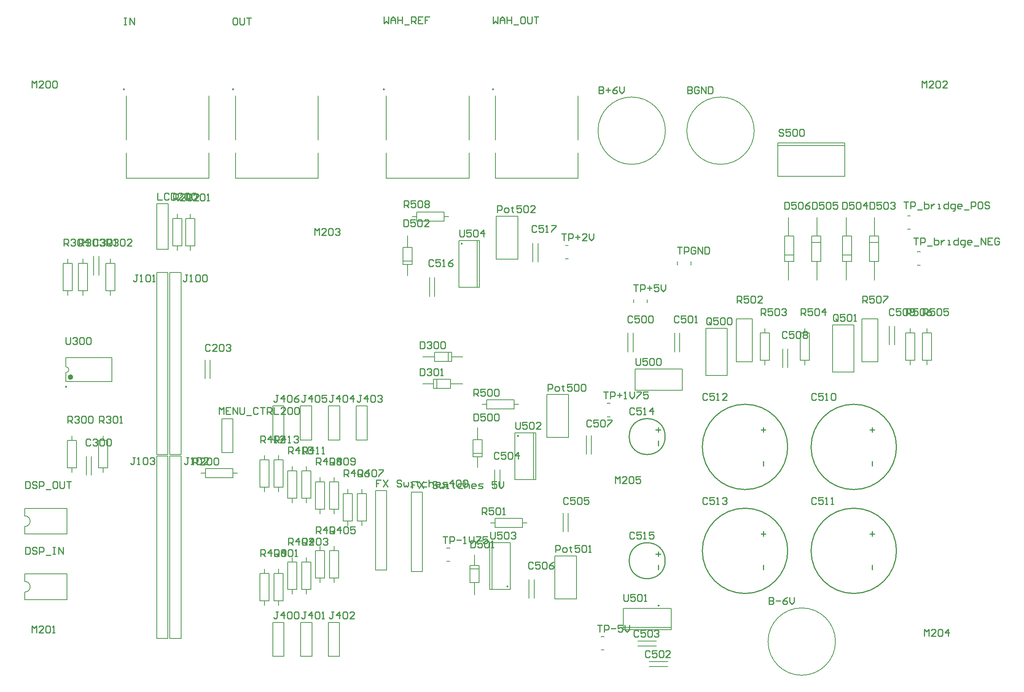
<source format=gbr>
%TF.GenerationSoftware,Altium Limited,Altium Designer,24.10.1 (45)*%
G04 Layer_Color=65535*
%FSLAX45Y45*%
%MOMM*%
%TF.SameCoordinates,313608DE-15D6-4D2F-AD32-991CA47BF39A*%
%TF.FilePolarity,Positive*%
%TF.FileFunction,Legend,Top*%
%TF.Part,Single*%
G01*
G75*
%TA.AperFunction,NonConductor*%
%ADD33C,0.25400*%
%ADD34C,0.25000*%
%ADD35C,0.12700*%
%ADD36C,0.60000*%
%ADD37C,0.20000*%
D33*
X16962537Y7993391D02*
G03*
X16962537Y7993391I-400000J0D01*
G01*
X19689145Y7763391D02*
G03*
X19689145Y7763391I-950000J0D01*
G01*
X22109225D02*
G03*
X22109225Y7763391I-950000J0D01*
G01*
X16962537Y5228129D02*
G03*
X16962537Y5228129I-400000J0D01*
G01*
X19689145Y5448129D02*
G03*
X19689145Y5448129I-950000J0D01*
G01*
X22109225D02*
G03*
X22109225Y5448129I-950000J0D01*
G01*
X16755037Y8143391D02*
X16860037D01*
X16807536Y8090891D02*
Y8195891D01*
Y7790891D02*
Y7895891D01*
X19146654Y7340891D02*
Y7445891D01*
Y8090891D02*
Y8195891D01*
X19094153Y8143391D02*
X19199153D01*
X21566734Y7340891D02*
Y7445891D01*
Y8090891D02*
Y8195891D01*
X21514233Y8143391D02*
X21619234D01*
X16755037Y5378129D02*
X16860037D01*
X16807536Y5325629D02*
Y5430629D01*
Y5025629D02*
Y5130629D01*
X19094153Y5828129D02*
X19199153D01*
X19146654Y5775629D02*
Y5880629D01*
Y5025629D02*
Y5130629D01*
X21514233Y5828129D02*
X21619234D01*
X21566734Y5775629D02*
Y5880629D01*
Y5025629D02*
Y5130629D01*
X16277715Y8609893D02*
X16252322Y8635285D01*
X16201540D01*
X16176147Y8609893D01*
Y8508326D01*
X16201540Y8482935D01*
X16252322D01*
X16277715Y8508326D01*
X16430064Y8635285D02*
X16328497D01*
Y8559110D01*
X16379282Y8584502D01*
X16404674D01*
X16430064Y8559110D01*
Y8508326D01*
X16404674Y8482935D01*
X16353889D01*
X16328497Y8508326D01*
X16480849Y8482935D02*
X16531631D01*
X16506241D01*
Y8635285D01*
X16480849Y8609893D01*
X16683983Y8482935D02*
Y8635285D01*
X16607808Y8559110D01*
X16709375D01*
X15453360Y3794711D02*
X15554927D01*
X15504143D01*
Y3642360D01*
X15605711D02*
Y3794711D01*
X15681886D01*
X15707278Y3769319D01*
Y3718535D01*
X15681886Y3693143D01*
X15605711D01*
X15758061Y3718535D02*
X15859628D01*
X16011980Y3794711D02*
X15910413D01*
Y3718535D01*
X15961195Y3743927D01*
X15986588D01*
X16011980Y3718535D01*
Y3667752D01*
X15986588Y3642360D01*
X15935805D01*
X15910413Y3667752D01*
X16062762Y3794711D02*
Y3693143D01*
X16113547Y3642360D01*
X16164330Y3693143D01*
Y3794711D01*
X14660880Y12509451D02*
X14762447D01*
X14711662D01*
Y12357100D01*
X14813231D02*
Y12509451D01*
X14889406D01*
X14914798Y12484059D01*
Y12433275D01*
X14889406Y12407883D01*
X14813231D01*
X14965581Y12433275D02*
X15067149D01*
X15016365Y12484059D02*
Y12382492D01*
X15219499Y12357100D02*
X15117932D01*
X15219499Y12458667D01*
Y12484059D01*
X15194109Y12509451D01*
X15143324D01*
X15117932Y12484059D01*
X15270284Y12509451D02*
Y12407883D01*
X15321066Y12357100D01*
X15371851Y12407883D01*
Y12509451D01*
X15590520Y8991551D02*
X15692087D01*
X15641302D01*
Y8839200D01*
X15742871D02*
Y8991551D01*
X15819046D01*
X15844438Y8966159D01*
Y8915375D01*
X15819046Y8889983D01*
X15742871D01*
X15895221Y8915375D02*
X15996790D01*
X15946005Y8966159D02*
Y8864592D01*
X16047572Y8839200D02*
X16098357D01*
X16072964D01*
Y8991551D01*
X16047572Y8966159D01*
X16174532Y8991551D02*
Y8889983D01*
X16225314Y8839200D01*
X16276099Y8889983D01*
Y8991551D01*
X16326881D02*
X16428448D01*
Y8966159D01*
X16326881Y8864592D01*
Y8839200D01*
X16580800Y8991551D02*
X16479231D01*
Y8915375D01*
X16530016Y8940767D01*
X16555408D01*
X16580800Y8915375D01*
Y8864592D01*
X16555408Y8839200D01*
X16504623D01*
X16479231Y8864592D01*
X12021820Y5769377D02*
X12123387D01*
X12072603D01*
Y5617026D01*
X12174171D02*
Y5769377D01*
X12250346D01*
X12275738Y5743985D01*
Y5693201D01*
X12250346Y5667809D01*
X12174171D01*
X12326521Y5693201D02*
X12428089D01*
X12478872Y5617026D02*
X12529656D01*
X12504264D01*
Y5769377D01*
X12478872Y5743985D01*
X12605831Y5769377D02*
Y5667809D01*
X12656615Y5617026D01*
X12707398Y5667809D01*
Y5769377D01*
X12758182D02*
X12859749D01*
Y5743985D01*
X12758182Y5642418D01*
Y5617026D01*
X13012100Y5769377D02*
X12910532D01*
Y5693201D01*
X12961316Y5718593D01*
X12986708D01*
X13012100Y5693201D01*
Y5642418D01*
X12986708Y5617026D01*
X12935924D01*
X12910532Y5642418D01*
X19624040Y13218111D02*
Y13065759D01*
X19700215D01*
X19725607Y13091151D01*
Y13192719D01*
X19700215Y13218111D01*
X19624040D01*
X19877959D02*
X19776392D01*
Y13141936D01*
X19827174Y13167326D01*
X19852567D01*
X19877959Y13141936D01*
Y13091151D01*
X19852567Y13065759D01*
X19801784D01*
X19776392Y13091151D01*
X19928741Y13192719D02*
X19954134Y13218111D01*
X20004916D01*
X20030309Y13192719D01*
Y13091151D01*
X20004916Y13065759D01*
X19954134D01*
X19928741Y13091151D01*
Y13192719D01*
X20182658Y13218111D02*
X20131876Y13192719D01*
X20081091Y13141936D01*
Y13091151D01*
X20106483Y13065759D01*
X20157268D01*
X20182658Y13091151D01*
Y13116544D01*
X20157268Y13141936D01*
X20081091D01*
X20238721Y13218111D02*
Y13065759D01*
X20314896D01*
X20340286Y13091151D01*
Y13192719D01*
X20314896Y13218111D01*
X20238721D01*
X20492638D02*
X20391071D01*
Y13141936D01*
X20441853Y13167326D01*
X20467245D01*
X20492638Y13141936D01*
Y13091151D01*
X20467245Y13065759D01*
X20416463D01*
X20391071Y13091151D01*
X20543420Y13192719D02*
X20568813Y13218111D01*
X20619597D01*
X20644989Y13192719D01*
Y13091151D01*
X20619597Y13065759D01*
X20568813D01*
X20543420Y13091151D01*
Y13192719D01*
X20797339Y13218111D02*
X20695772D01*
Y13141936D01*
X20746556Y13167326D01*
X20771948D01*
X20797339Y13141936D01*
Y13091151D01*
X20771948Y13065759D01*
X20721164D01*
X20695772Y13091151D01*
X20909280Y13218111D02*
Y13065759D01*
X20985455D01*
X21010847Y13091151D01*
Y13192719D01*
X20985455Y13218111D01*
X20909280D01*
X21163197D02*
X21061630D01*
Y13141936D01*
X21112415Y13167326D01*
X21137807D01*
X21163197Y13141936D01*
Y13091151D01*
X21137807Y13065759D01*
X21087022D01*
X21061630Y13091151D01*
X21213982Y13192719D02*
X21239372Y13218111D01*
X21290157D01*
X21315549Y13192719D01*
Y13091151D01*
X21290157Y13065759D01*
X21239372D01*
X21213982Y13091151D01*
Y13192719D01*
X21442508Y13065759D02*
Y13218111D01*
X21366331Y13141936D01*
X21467899D01*
X21521420Y13218111D02*
Y13065759D01*
X21597595D01*
X21622987Y13091151D01*
Y13192719D01*
X21597595Y13218111D01*
X21521420D01*
X21775339D02*
X21673772D01*
Y13141936D01*
X21724554Y13167326D01*
X21749947D01*
X21775339Y13141936D01*
Y13091151D01*
X21749947Y13065759D01*
X21699162D01*
X21673772Y13091151D01*
X21826122Y13192719D02*
X21851514Y13218111D01*
X21902296D01*
X21927689Y13192719D01*
Y13091151D01*
X21902296Y13065759D01*
X21851514D01*
X21826122Y13091151D01*
Y13192719D01*
X21978471D02*
X22003864Y13218111D01*
X22054648D01*
X22080038Y13192719D01*
Y13167326D01*
X22054648Y13141936D01*
X22029256D01*
X22054648D01*
X22080038Y13116544D01*
Y13091151D01*
X22054648Y13065759D01*
X22003864D01*
X21978471Y13091151D01*
X11145520Y12826952D02*
Y12674600D01*
X11221695D01*
X11247087Y12699992D01*
Y12801559D01*
X11221695Y12826952D01*
X11145520D01*
X11399438D02*
X11297871D01*
Y12750775D01*
X11348654Y12776167D01*
X11374046D01*
X11399438Y12750775D01*
Y12699992D01*
X11374046Y12674600D01*
X11323263D01*
X11297871Y12699992D01*
X11450221Y12801559D02*
X11475613Y12826952D01*
X11526397D01*
X11551789Y12801559D01*
Y12699992D01*
X11526397Y12674600D01*
X11475613D01*
X11450221Y12699992D01*
Y12801559D01*
X11704139Y12674600D02*
X11602572D01*
X11704139Y12776167D01*
Y12801559D01*
X11678748Y12826952D01*
X11627964D01*
X11602572Y12801559D01*
X12636500Y5671771D02*
Y5519420D01*
X12712675D01*
X12738067Y5544812D01*
Y5646379D01*
X12712675Y5671771D01*
X12636500D01*
X12890417D02*
X12788851D01*
Y5595595D01*
X12839635Y5620987D01*
X12865025D01*
X12890417Y5595595D01*
Y5544812D01*
X12865025Y5519420D01*
X12814243D01*
X12788851Y5544812D01*
X12941200Y5646379D02*
X12966592Y5671771D01*
X13017377D01*
X13042769Y5646379D01*
Y5544812D01*
X13017377Y5519420D01*
X12966592D01*
X12941200Y5544812D01*
Y5646379D01*
X13093552Y5519420D02*
X13144336D01*
X13118944D01*
Y5671771D01*
X13093552Y5646379D01*
X11512548Y9509711D02*
Y9357360D01*
X11588724D01*
X11614115Y9382752D01*
Y9484319D01*
X11588724Y9509711D01*
X11512548D01*
X11664899Y9484319D02*
X11690291Y9509711D01*
X11741074D01*
X11766466Y9484319D01*
Y9458927D01*
X11741074Y9433535D01*
X11715682D01*
X11741074D01*
X11766466Y9408143D01*
Y9382752D01*
X11741074Y9357360D01*
X11690291D01*
X11664899Y9382752D01*
X11817250Y9484319D02*
X11842642Y9509711D01*
X11893425D01*
X11918817Y9484319D01*
Y9382752D01*
X11893425Y9357360D01*
X11842642D01*
X11817250Y9382752D01*
Y9484319D01*
X11969600Y9357360D02*
X12020384D01*
X11994992D01*
Y9509711D01*
X11969600Y9484319D01*
X11513820Y10109151D02*
Y9956800D01*
X11589995D01*
X11615387Y9982192D01*
Y10083759D01*
X11589995Y10109151D01*
X11513820D01*
X11666171Y10083759D02*
X11691563Y10109151D01*
X11742346D01*
X11767738Y10083759D01*
Y10058367D01*
X11742346Y10032975D01*
X11716954D01*
X11742346D01*
X11767738Y10007583D01*
Y9982192D01*
X11742346Y9956800D01*
X11691563D01*
X11666171Y9982192D01*
X11818521Y10083759D02*
X11843913Y10109151D01*
X11894697D01*
X11920089Y10083759D01*
Y9982192D01*
X11894697Y9956800D01*
X11843913D01*
X11818521Y9982192D01*
Y10083759D01*
X11970872D02*
X11996264Y10109151D01*
X12047048D01*
X12072439Y10083759D01*
Y9982192D01*
X12047048Y9956800D01*
X11996264D01*
X11970872Y9982192D01*
Y10083759D01*
X12702540Y8501331D02*
Y8348980D01*
X12778715D01*
X12804108Y8374372D01*
Y8475939D01*
X12778715Y8501331D01*
X12702540D01*
X12956458D02*
X12854890D01*
Y8425155D01*
X12905675Y8450547D01*
X12931065D01*
X12956458Y8425155D01*
Y8374372D01*
X12931065Y8348980D01*
X12880283D01*
X12854890Y8374372D01*
X13007240Y8475939D02*
X13032632Y8501331D01*
X13083417D01*
X13108809Y8475939D01*
Y8374372D01*
X13083417Y8348980D01*
X13032632D01*
X13007240Y8374372D01*
Y8475939D01*
X13159592D02*
X13184984Y8501331D01*
X13235768D01*
X13261159Y8475939D01*
Y8374372D01*
X13235768Y8348980D01*
X13184984D01*
X13159592Y8374372D01*
Y8475939D01*
X19270979Y4411931D02*
Y4259580D01*
X19347156D01*
X19372546Y4284972D01*
Y4310363D01*
X19347156Y4335755D01*
X19270979D01*
X19347156D01*
X19372546Y4361147D01*
Y4386539D01*
X19347156Y4411931D01*
X19270979D01*
X19423331Y4335755D02*
X19524898D01*
X19677249Y4411931D02*
X19626465Y4386539D01*
X19575681Y4335755D01*
Y4284972D01*
X19601073Y4259580D01*
X19651857D01*
X19677249Y4284972D01*
Y4310363D01*
X19651857Y4335755D01*
X19575681D01*
X19728032Y4411931D02*
Y4310363D01*
X19778816Y4259580D01*
X19829599Y4310363D01*
Y4411931D01*
X15486380Y15793671D02*
Y15641319D01*
X15562555D01*
X15587947Y15666711D01*
Y15692104D01*
X15562555Y15717496D01*
X15486380D01*
X15562555D01*
X15587947Y15742886D01*
Y15768279D01*
X15562555Y15793671D01*
X15486380D01*
X15638731Y15717496D02*
X15740298D01*
X15689514Y15768279D02*
Y15666711D01*
X15892648Y15793671D02*
X15841866Y15768279D01*
X15791081Y15717496D01*
Y15666711D01*
X15816473Y15641319D01*
X15867258D01*
X15892648Y15666711D01*
Y15692104D01*
X15867258Y15717496D01*
X15791081D01*
X15943433Y15793671D02*
Y15692104D01*
X15994215Y15641319D01*
X16045000Y15692104D01*
Y15793671D01*
X17462500D02*
Y15641319D01*
X17538675D01*
X17564067Y15666711D01*
Y15692104D01*
X17538675Y15717496D01*
X17462500D01*
X17538675D01*
X17564067Y15742886D01*
Y15768279D01*
X17538675Y15793671D01*
X17462500D01*
X17716418Y15768279D02*
X17691026Y15793671D01*
X17640244D01*
X17614851Y15768279D01*
Y15666711D01*
X17640244Y15641319D01*
X17691026D01*
X17716418Y15666711D01*
Y15717496D01*
X17665634D01*
X17767201Y15641319D02*
Y15793671D01*
X17868768Y15641319D01*
Y15793671D01*
X17919553D02*
Y15641319D01*
X17995728D01*
X18021120Y15666711D01*
Y15768279D01*
X17995728Y15793671D01*
X17919553D01*
X17231360Y12219891D02*
X17332927D01*
X17282143D01*
Y12067540D01*
X17383711D02*
Y12219891D01*
X17459886D01*
X17485278Y12194499D01*
Y12143715D01*
X17459886Y12118323D01*
X17383711D01*
X17637630Y12194499D02*
X17612238Y12219891D01*
X17561453D01*
X17536061Y12194499D01*
Y12092932D01*
X17561453Y12067540D01*
X17612238D01*
X17637630Y12092932D01*
Y12143715D01*
X17586845D01*
X17688412Y12067540D02*
Y12219891D01*
X17789980Y12067540D01*
Y12219891D01*
X17840762D02*
Y12067540D01*
X17916937D01*
X17942329Y12092932D01*
Y12194499D01*
X17916937Y12219891D01*
X17840762D01*
X16261079Y11379151D02*
X16362646D01*
X16311864D01*
Y11226800D01*
X16413431D02*
Y11379151D01*
X16489606D01*
X16514998Y11353759D01*
Y11302975D01*
X16489606Y11277583D01*
X16413431D01*
X16565781Y11302975D02*
X16667349D01*
X16616565Y11353759D02*
Y11252192D01*
X16819699Y11379151D02*
X16718132D01*
Y11302975D01*
X16768916Y11328367D01*
X16794308D01*
X16819699Y11302975D01*
Y11252192D01*
X16794308Y11226800D01*
X16743524D01*
X16718132Y11252192D01*
X16870483Y11379151D02*
Y11277583D01*
X16921266Y11226800D01*
X16972050Y11277583D01*
Y11379151D01*
X22491701Y12420551D02*
X22593266D01*
X22542484D01*
Y12268200D01*
X22644051D02*
Y12420551D01*
X22720226D01*
X22745618Y12395159D01*
Y12344375D01*
X22720226Y12318983D01*
X22644051D01*
X22796400Y12242808D02*
X22897969D01*
X22948752Y12420551D02*
Y12268200D01*
X23024928D01*
X23050319Y12293592D01*
Y12318983D01*
Y12344375D01*
X23024928Y12369767D01*
X22948752D01*
X23101103D02*
Y12268200D01*
Y12318983D01*
X23126495Y12344375D01*
X23151886Y12369767D01*
X23177278D01*
X23253455Y12268200D02*
X23304237D01*
X23278845D01*
Y12369767D01*
X23253455D01*
X23481979Y12420551D02*
Y12268200D01*
X23405804D01*
X23380412Y12293592D01*
Y12344375D01*
X23405804Y12369767D01*
X23481979D01*
X23583546Y12217417D02*
X23608939D01*
X23634331Y12242808D01*
Y12369767D01*
X23558154D01*
X23532764Y12344375D01*
Y12293592D01*
X23558154Y12268200D01*
X23634331D01*
X23761288D02*
X23710506D01*
X23685114Y12293592D01*
Y12344375D01*
X23710506Y12369767D01*
X23761288D01*
X23786681Y12344375D01*
Y12318983D01*
X23685114D01*
X23837465Y12242808D02*
X23939032D01*
X23989815Y12268200D02*
Y12420551D01*
X24091383Y12268200D01*
Y12420551D01*
X24243733D02*
X24142166D01*
Y12268200D01*
X24243733D01*
X24142166Y12344375D02*
X24192950D01*
X24396085Y12395159D02*
X24370692Y12420551D01*
X24319910D01*
X24294518Y12395159D01*
Y12293592D01*
X24319910Y12268200D01*
X24370692D01*
X24396085Y12293592D01*
Y12344375D01*
X24345300D01*
X22270720Y13220651D02*
X22372287D01*
X22321503D01*
Y13068300D01*
X22423071D02*
Y13220651D01*
X22499246D01*
X22524638Y13195259D01*
Y13144475D01*
X22499246Y13119083D01*
X22423071D01*
X22575421Y13042908D02*
X22676990D01*
X22727773Y13220651D02*
Y13068300D01*
X22803947D01*
X22829340Y13093692D01*
Y13119083D01*
Y13144475D01*
X22803947Y13169867D01*
X22727773D01*
X22880122D02*
Y13068300D01*
Y13119083D01*
X22905515Y13144475D01*
X22930907Y13169867D01*
X22956297D01*
X23032474Y13068300D02*
X23083257D01*
X23057864D01*
Y13169867D01*
X23032474D01*
X23261000Y13220651D02*
Y13068300D01*
X23184824D01*
X23159431Y13093692D01*
Y13144475D01*
X23184824Y13169867D01*
X23261000D01*
X23362567Y13017517D02*
X23387959D01*
X23413350Y13042908D01*
Y13169867D01*
X23337175D01*
X23311783Y13144475D01*
Y13093692D01*
X23337175Y13068300D01*
X23413350D01*
X23540309D02*
X23489526D01*
X23464134Y13093692D01*
Y13144475D01*
X23489526Y13169867D01*
X23540309D01*
X23565701Y13144475D01*
Y13119083D01*
X23464134D01*
X23616486Y13042908D02*
X23718053D01*
X23768835Y13068300D02*
Y13220651D01*
X23845010D01*
X23870403Y13195259D01*
Y13144475D01*
X23845010Y13119083D01*
X23768835D01*
X23997362Y13220651D02*
X23946577D01*
X23921185Y13195259D01*
Y13093692D01*
X23946577Y13068300D01*
X23997362D01*
X24022752Y13093692D01*
Y13195259D01*
X23997362Y13220651D01*
X24175104Y13195259D02*
X24149712Y13220651D01*
X24098929D01*
X24073537Y13195259D01*
Y13169867D01*
X24098929Y13144475D01*
X24149712D01*
X24175104Y13119083D01*
Y13093692D01*
X24149712Y13068300D01*
X24098929D01*
X24073537Y13093692D01*
X12387580Y12595811D02*
Y12468852D01*
X12412972Y12443460D01*
X12463755D01*
X12489147Y12468852D01*
Y12595811D01*
X12641498D02*
X12539931D01*
Y12519635D01*
X12590714Y12545027D01*
X12616106D01*
X12641498Y12519635D01*
Y12468852D01*
X12616106Y12443460D01*
X12565323D01*
X12539931Y12468852D01*
X12692281Y12570419D02*
X12717673Y12595811D01*
X12768457D01*
X12793849Y12570419D01*
Y12468852D01*
X12768457Y12443460D01*
X12717673D01*
X12692281Y12468852D01*
Y12570419D01*
X12920808Y12443460D02*
Y12595811D01*
X12844632Y12519635D01*
X12946199D01*
X11158220Y13096240D02*
Y13248592D01*
X11234395D01*
X11259787Y13223199D01*
Y13172415D01*
X11234395Y13147023D01*
X11158220D01*
X11209003D02*
X11259787Y13096240D01*
X11412138Y13248592D02*
X11310571D01*
Y13172415D01*
X11361354Y13197807D01*
X11386746D01*
X11412138Y13172415D01*
Y13121632D01*
X11386746Y13096240D01*
X11335963D01*
X11310571Y13121632D01*
X11462921Y13223199D02*
X11488313Y13248592D01*
X11539097D01*
X11564489Y13223199D01*
Y13121632D01*
X11539097Y13096240D01*
X11488313D01*
X11462921Y13121632D01*
Y13223199D01*
X11615272D02*
X11640664Y13248592D01*
X11691448D01*
X11716839Y13223199D01*
Y13197807D01*
X11691448Y13172415D01*
X11716839Y13147023D01*
Y13121632D01*
X11691448Y13096240D01*
X11640664D01*
X11615272Y13121632D01*
Y13147023D01*
X11640664Y13172415D01*
X11615272Y13197807D01*
Y13223199D01*
X11640664Y13172415D02*
X11691448D01*
X13225780Y12987019D02*
Y13139371D01*
X13301955D01*
X13327347Y13113979D01*
Y13063194D01*
X13301955Y13037804D01*
X13225780D01*
X13403523Y12987019D02*
X13454306D01*
X13479698Y13012411D01*
Y13063194D01*
X13454306Y13088586D01*
X13403523D01*
X13378131Y13063194D01*
Y13012411D01*
X13403523Y12987019D01*
X13555873Y13113979D02*
Y13088586D01*
X13530481D01*
X13581265D01*
X13555873D01*
Y13012411D01*
X13581265Y12987019D01*
X13759007Y13139371D02*
X13657440D01*
Y13063194D01*
X13708224Y13088586D01*
X13733617D01*
X13759007Y13063194D01*
Y13012411D01*
X13733617Y12987019D01*
X13682832D01*
X13657440Y13012411D01*
X13809792Y13113979D02*
X13835184Y13139371D01*
X13885966D01*
X13911359Y13113979D01*
Y13012411D01*
X13885966Y12987019D01*
X13835184D01*
X13809792Y13012411D01*
Y13113979D01*
X14063708Y12987019D02*
X13962141D01*
X14063708Y13088586D01*
Y13113979D01*
X14038316Y13139371D01*
X13987534D01*
X13962141Y13113979D01*
X10703560Y17345612D02*
Y17193260D01*
X10754343Y17244043D01*
X10805127Y17193260D01*
Y17345612D01*
X10855911Y17193260D02*
Y17294827D01*
X10906694Y17345612D01*
X10957478Y17294827D01*
Y17193260D01*
Y17269435D01*
X10855911D01*
X11008261Y17345612D02*
Y17193260D01*
Y17269435D01*
X11109829D01*
Y17345612D01*
Y17193260D01*
X11160612Y17167868D02*
X11262179D01*
X11312963Y17193260D02*
Y17345612D01*
X11389138D01*
X11414530Y17320219D01*
Y17269435D01*
X11389138Y17244043D01*
X11312963D01*
X11363746D02*
X11414530Y17193260D01*
X11566881Y17345612D02*
X11465314D01*
Y17193260D01*
X11566881D01*
X11465314Y17269435D02*
X11516097D01*
X11719232Y17345612D02*
X11617664D01*
Y17269435D01*
X11668448D01*
X11617664D01*
Y17193260D01*
X13131799Y17345612D02*
Y17193260D01*
X13182584Y17244043D01*
X13233366Y17193260D01*
Y17345612D01*
X13284151Y17193260D02*
Y17294827D01*
X13334933Y17345612D01*
X13385718Y17294827D01*
Y17193260D01*
Y17269435D01*
X13284151D01*
X13436501Y17345612D02*
Y17193260D01*
Y17269435D01*
X13538069D01*
Y17345612D01*
Y17193260D01*
X13588852Y17167868D02*
X13690419D01*
X13817378Y17345612D02*
X13766595D01*
X13741203Y17320219D01*
Y17218652D01*
X13766595Y17193260D01*
X13817378D01*
X13842770Y17218652D01*
Y17320219D01*
X13817378Y17345612D01*
X13893555D02*
Y17218652D01*
X13918945Y17193260D01*
X13969730D01*
X13995120Y17218652D01*
Y17345612D01*
X14045905D02*
X14147472D01*
X14096687D01*
Y17193260D01*
X14102048Y12672019D02*
X14076656Y12697411D01*
X14025871D01*
X14000481Y12672019D01*
Y12570452D01*
X14025871Y12545060D01*
X14076656D01*
X14102048Y12570452D01*
X14254398Y12697411D02*
X14152831D01*
Y12621235D01*
X14203613Y12646627D01*
X14229005D01*
X14254398Y12621235D01*
Y12570452D01*
X14229005Y12545060D01*
X14178223D01*
X14152831Y12570452D01*
X14305180Y12545060D02*
X14355965D01*
X14330573D01*
Y12697411D01*
X14305180Y12672019D01*
X14432140Y12697411D02*
X14533708D01*
Y12672019D01*
X14432140Y12570452D01*
Y12545060D01*
X11805887Y11910019D02*
X11780495Y11935411D01*
X11729712D01*
X11704320Y11910019D01*
Y11808452D01*
X11729712Y11783060D01*
X11780495D01*
X11805887Y11808452D01*
X11958238Y11935411D02*
X11856671D01*
Y11859235D01*
X11907454Y11884627D01*
X11932846D01*
X11958238Y11859235D01*
Y11808452D01*
X11932846Y11783060D01*
X11882063D01*
X11856671Y11808452D01*
X12009021Y11783060D02*
X12059805D01*
X12034413D01*
Y11935411D01*
X12009021Y11910019D01*
X12237548Y11935411D02*
X12186764Y11910019D01*
X12135980Y11859235D01*
Y11808452D01*
X12161372Y11783060D01*
X12212156D01*
X12237548Y11808452D01*
Y11833843D01*
X12212156Y11859235D01*
X12135980D01*
X13637260Y8313371D02*
Y8186412D01*
X13662653Y8161020D01*
X13713435D01*
X13738828Y8186412D01*
Y8313371D01*
X13891177D02*
X13789610D01*
Y8237195D01*
X13840395Y8262587D01*
X13865787D01*
X13891177Y8237195D01*
Y8186412D01*
X13865787Y8161020D01*
X13815002D01*
X13789610Y8186412D01*
X13941962Y8287979D02*
X13967352Y8313371D01*
X14018137D01*
X14043529Y8287979D01*
Y8186412D01*
X14018137Y8161020D01*
X13967352D01*
X13941962Y8186412D01*
Y8287979D01*
X14195879Y8161020D02*
X14094312D01*
X14195879Y8262587D01*
Y8287979D01*
X14170488Y8313371D01*
X14119704D01*
X14094312Y8287979D01*
X2730500Y6992571D02*
Y6840220D01*
X2806675D01*
X2832067Y6865612D01*
Y6967179D01*
X2806675Y6992571D01*
X2730500D01*
X2984418Y6967179D02*
X2959026Y6992571D01*
X2908243D01*
X2882851Y6967179D01*
Y6941787D01*
X2908243Y6916395D01*
X2959026D01*
X2984418Y6891003D01*
Y6865612D01*
X2959026Y6840220D01*
X2908243D01*
X2882851Y6865612D01*
X3035201Y6840220D02*
Y6992571D01*
X3111377D01*
X3136769Y6967179D01*
Y6916395D01*
X3111377Y6891003D01*
X3035201D01*
X3187552Y6814828D02*
X3289119D01*
X3416078Y6992571D02*
X3365295D01*
X3339903Y6967179D01*
Y6865612D01*
X3365295Y6840220D01*
X3416078D01*
X3441470Y6865612D01*
Y6967179D01*
X3416078Y6992571D01*
X3492254D02*
Y6865612D01*
X3517645Y6840220D01*
X3568429D01*
X3593821Y6865612D01*
Y6992571D01*
X3644604D02*
X3746172D01*
X3695388D01*
Y6840220D01*
X2730500Y5532071D02*
Y5379720D01*
X2806675D01*
X2832067Y5405112D01*
Y5506679D01*
X2806675Y5532071D01*
X2730500D01*
X2984418Y5506679D02*
X2959026Y5532071D01*
X2908243D01*
X2882851Y5506679D01*
Y5481287D01*
X2908243Y5455895D01*
X2959026D01*
X2984418Y5430503D01*
Y5405112D01*
X2959026Y5379720D01*
X2908243D01*
X2882851Y5405112D01*
X3035201Y5379720D02*
Y5532071D01*
X3111377D01*
X3136769Y5506679D01*
Y5455895D01*
X3111377Y5430503D01*
X3035201D01*
X3187552Y5354328D02*
X3289119D01*
X3339903Y5532071D02*
X3390686D01*
X3365295D01*
Y5379720D01*
X3339903D01*
X3390686D01*
X3466862D02*
Y5532071D01*
X3568429Y5379720D01*
Y5532071D01*
X16040775Y4480511D02*
Y4353552D01*
X16066167Y4328160D01*
X16116949D01*
X16142342Y4353552D01*
Y4480511D01*
X16294693D02*
X16193126D01*
Y4404335D01*
X16243909Y4429727D01*
X16269301D01*
X16294693Y4404335D01*
Y4353552D01*
X16269301Y4328160D01*
X16218517D01*
X16193126Y4353552D01*
X16345476Y4455119D02*
X16370868Y4480511D01*
X16421652D01*
X16447044Y4455119D01*
Y4353552D01*
X16421652Y4328160D01*
X16370868D01*
X16345476Y4353552D01*
Y4455119D01*
X16497827Y4328160D02*
X16548611D01*
X16523219D01*
Y4480511D01*
X16497827Y4455119D01*
X13075920Y5869891D02*
Y5742932D01*
X13101312Y5717540D01*
X13152095D01*
X13177487Y5742932D01*
Y5869891D01*
X13329839D02*
X13228271D01*
Y5793715D01*
X13279054Y5819107D01*
X13304446D01*
X13329839Y5793715D01*
Y5742932D01*
X13304446Y5717540D01*
X13253664D01*
X13228271Y5742932D01*
X13380621Y5844499D02*
X13406013Y5869891D01*
X13456796D01*
X13482188Y5844499D01*
Y5742932D01*
X13456796Y5717540D01*
X13406013D01*
X13380621Y5742932D01*
Y5844499D01*
X13532973D02*
X13558363Y5869891D01*
X13609148D01*
X13634538Y5844499D01*
Y5819107D01*
X13609148Y5793715D01*
X13583755D01*
X13609148D01*
X13634538Y5768323D01*
Y5742932D01*
X13609148Y5717540D01*
X13558363D01*
X13532973Y5742932D01*
X16309340Y9733231D02*
Y9606272D01*
X16334732Y9580880D01*
X16385515D01*
X16410907Y9606272D01*
Y9733231D01*
X16563258D02*
X16461691D01*
Y9657055D01*
X16512474Y9682447D01*
X16537866D01*
X16563258Y9657055D01*
Y9606272D01*
X16537866Y9580880D01*
X16487083D01*
X16461691Y9606272D01*
X16614041Y9707839D02*
X16639433Y9733231D01*
X16690218D01*
X16715610Y9707839D01*
Y9606272D01*
X16690218Y9580880D01*
X16639433D01*
X16614041Y9606272D01*
Y9707839D01*
X16766393D02*
X16791785Y9733231D01*
X16842567D01*
X16867960Y9707839D01*
Y9606272D01*
X16842567Y9580880D01*
X16791785D01*
X16766393Y9606272D01*
Y9707839D01*
X3630134Y10205671D02*
Y10078712D01*
X3655526Y10053320D01*
X3706309D01*
X3731701Y10078712D01*
Y10205671D01*
X3782485Y10180279D02*
X3807877Y10205671D01*
X3858660D01*
X3884052Y10180279D01*
Y10154887D01*
X3858660Y10129495D01*
X3833268D01*
X3858660D01*
X3884052Y10104103D01*
Y10078712D01*
X3858660Y10053320D01*
X3807877D01*
X3782485Y10078712D01*
X3934835Y10180279D02*
X3960227Y10205671D01*
X4011011D01*
X4036403Y10180279D01*
Y10078712D01*
X4011011Y10053320D01*
X3960227D01*
X3934835Y10078712D01*
Y10180279D01*
X4087186D02*
X4112578Y10205671D01*
X4163361D01*
X4188753Y10180279D01*
Y10078712D01*
X4163361Y10053320D01*
X4112578D01*
X4087186Y10078712D01*
Y10180279D01*
X19593361Y14818320D02*
X19567969Y14843710D01*
X19517184D01*
X19491792Y14818320D01*
Y14792928D01*
X19517184Y14767535D01*
X19567969D01*
X19593361Y14742143D01*
Y14716753D01*
X19567969Y14691360D01*
X19517184D01*
X19491792Y14716753D01*
X19745711Y14843710D02*
X19644144D01*
Y14767535D01*
X19694928Y14792928D01*
X19720319D01*
X19745711Y14767535D01*
Y14716753D01*
X19720319Y14691360D01*
X19669536D01*
X19644144Y14716753D01*
X19796495Y14818320D02*
X19821887Y14843710D01*
X19872670D01*
X19898062Y14818320D01*
Y14716753D01*
X19872670Y14691360D01*
X19821887D01*
X19796495Y14716753D01*
Y14818320D01*
X19948846D02*
X19974237Y14843710D01*
X20025021D01*
X20050414Y14818320D01*
Y14716753D01*
X20025021Y14691360D01*
X19974237D01*
X19948846Y14716753D01*
Y14818320D01*
X21356320Y10973719D02*
Y11126070D01*
X21432495D01*
X21457887Y11100678D01*
Y11049895D01*
X21432495Y11024503D01*
X21356320D01*
X21407103D02*
X21457887Y10973719D01*
X21610239Y11126070D02*
X21508672D01*
Y11049895D01*
X21559454Y11075287D01*
X21584846D01*
X21610239Y11049895D01*
Y10999111D01*
X21584846Y10973719D01*
X21534064D01*
X21508672Y10999111D01*
X21661021Y11100678D02*
X21686414Y11126070D01*
X21737196D01*
X21762589Y11100678D01*
Y10999111D01*
X21737196Y10973719D01*
X21686414D01*
X21661021Y10999111D01*
Y11100678D01*
X21813371Y11126070D02*
X21914938D01*
Y11100678D01*
X21813371Y10999111D01*
Y10973719D01*
X22326601Y10690860D02*
Y10843211D01*
X22402776D01*
X22428168Y10817819D01*
Y10767035D01*
X22402776Y10741643D01*
X22326601D01*
X22377383D02*
X22428168Y10690860D01*
X22580518Y10843211D02*
X22478951D01*
Y10767035D01*
X22529733Y10792427D01*
X22555125D01*
X22580518Y10767035D01*
Y10716252D01*
X22555125Y10690860D01*
X22504343D01*
X22478951Y10716252D01*
X22631300Y10817819D02*
X22656693Y10843211D01*
X22707477D01*
X22732869Y10817819D01*
Y10716252D01*
X22707477Y10690860D01*
X22656693D01*
X22631300Y10716252D01*
Y10817819D01*
X22885219Y10843211D02*
X22834436Y10817819D01*
X22783652Y10767035D01*
Y10716252D01*
X22809044Y10690860D01*
X22859828D01*
X22885219Y10716252D01*
Y10741643D01*
X22859828Y10767035D01*
X22783652D01*
X22699980Y10690860D02*
Y10843211D01*
X22776155D01*
X22801547Y10817819D01*
Y10767035D01*
X22776155Y10741643D01*
X22699980D01*
X22750763D02*
X22801547Y10690860D01*
X22953899Y10843211D02*
X22852332D01*
Y10767035D01*
X22903114Y10792427D01*
X22928506D01*
X22953899Y10767035D01*
Y10716252D01*
X22928506Y10690860D01*
X22877724D01*
X22852332Y10716252D01*
X23004681Y10817819D02*
X23030074Y10843211D01*
X23080856D01*
X23106248Y10817819D01*
Y10716252D01*
X23080856Y10690860D01*
X23030074D01*
X23004681Y10716252D01*
Y10817819D01*
X23258598Y10843211D02*
X23157031D01*
Y10767035D01*
X23207816Y10792427D01*
X23233208D01*
X23258598Y10767035D01*
Y10716252D01*
X23233208Y10690860D01*
X23182423D01*
X23157031Y10716252D01*
X19982179Y10690860D02*
Y10843211D01*
X20058356D01*
X20083746Y10817819D01*
Y10767035D01*
X20058356Y10741643D01*
X19982179D01*
X20032964D02*
X20083746Y10690860D01*
X20236098Y10843211D02*
X20134531D01*
Y10767035D01*
X20185313Y10792427D01*
X20210706D01*
X20236098Y10767035D01*
Y10716252D01*
X20210706Y10690860D01*
X20159923D01*
X20134531Y10716252D01*
X20286880Y10817819D02*
X20312273Y10843211D01*
X20363057D01*
X20388449Y10817819D01*
Y10716252D01*
X20363057Y10690860D01*
X20312273D01*
X20286880Y10716252D01*
Y10817819D01*
X20515408Y10690860D02*
Y10843211D01*
X20439232Y10767035D01*
X20540799D01*
X19095720Y10690860D02*
Y10843211D01*
X19171895D01*
X19197287Y10817819D01*
Y10767035D01*
X19171895Y10741643D01*
X19095720D01*
X19146503D02*
X19197287Y10690860D01*
X19349638Y10843211D02*
X19248071D01*
Y10767035D01*
X19298854Y10792427D01*
X19324246D01*
X19349638Y10767035D01*
Y10716252D01*
X19324246Y10690860D01*
X19273463D01*
X19248071Y10716252D01*
X19400421Y10817819D02*
X19425813Y10843211D01*
X19476598D01*
X19501990Y10817819D01*
Y10716252D01*
X19476598Y10690860D01*
X19425813D01*
X19400421Y10716252D01*
Y10817819D01*
X19552773D02*
X19578165Y10843211D01*
X19628947D01*
X19654340Y10817819D01*
Y10792427D01*
X19628947Y10767035D01*
X19603555D01*
X19628947D01*
X19654340Y10741643D01*
Y10716252D01*
X19628947Y10690860D01*
X19578165D01*
X19552773Y10716252D01*
X18564861Y10972800D02*
Y11125151D01*
X18641035D01*
X18666428Y11099759D01*
Y11048975D01*
X18641035Y11023583D01*
X18564861D01*
X18615643D02*
X18666428Y10972800D01*
X18818777Y11125151D02*
X18717210D01*
Y11048975D01*
X18767995Y11074367D01*
X18793385D01*
X18818777Y11048975D01*
Y10998192D01*
X18793385Y10972800D01*
X18742603D01*
X18717210Y10998192D01*
X18869560Y11099759D02*
X18894952Y11125151D01*
X18945737D01*
X18971129Y11099759D01*
Y10998192D01*
X18945737Y10972800D01*
X18894952D01*
X18869560Y10998192D01*
Y11099759D01*
X19123479Y10972800D02*
X19021912D01*
X19123479Y11074367D01*
Y11099759D01*
X19098088Y11125151D01*
X19047304D01*
X19021912Y11099759D01*
X12887473Y6256020D02*
Y6408371D01*
X12963647D01*
X12989040Y6382979D01*
Y6332195D01*
X12963647Y6306803D01*
X12887473D01*
X12938255D02*
X12989040Y6256020D01*
X13141389Y6408371D02*
X13039822D01*
Y6332195D01*
X13090607Y6357587D01*
X13115997D01*
X13141389Y6332195D01*
Y6281412D01*
X13115997Y6256020D01*
X13065215D01*
X13039822Y6281412D01*
X13192172Y6382979D02*
X13217564Y6408371D01*
X13268349D01*
X13293739Y6382979D01*
Y6281412D01*
X13268349Y6256020D01*
X13217564D01*
X13192172Y6281412D01*
Y6382979D01*
X13344524Y6256020D02*
X13395306D01*
X13369916D01*
Y6408371D01*
X13344524Y6382979D01*
X12701443Y8897620D02*
Y9049971D01*
X12777618D01*
X12803011Y9024579D01*
Y8973795D01*
X12777618Y8948403D01*
X12701443D01*
X12752226D02*
X12803011Y8897620D01*
X12955360Y9049971D02*
X12853793D01*
Y8973795D01*
X12904578Y8999187D01*
X12929968D01*
X12955360Y8973795D01*
Y8923012D01*
X12929968Y8897620D01*
X12879185D01*
X12853793Y8923012D01*
X13006145Y9024579D02*
X13031535Y9049971D01*
X13082320D01*
X13107710Y9024579D01*
Y8923012D01*
X13082320Y8897620D01*
X13031535D01*
X13006145Y8923012D01*
Y9024579D01*
X13158495D02*
X13183887Y9049971D01*
X13234669D01*
X13260062Y9024579D01*
Y8923012D01*
X13234669Y8897620D01*
X13183887D01*
X13158495Y8923012D01*
Y9024579D01*
X8270313Y7856632D02*
Y8008983D01*
X8346489D01*
X8371880Y7983591D01*
Y7932808D01*
X8346489Y7907416D01*
X8270313D01*
X8321097D02*
X8371880Y7856632D01*
X8498839D02*
Y8008983D01*
X8422664Y7932808D01*
X8524231D01*
X8575015Y7856632D02*
X8625798D01*
X8600406D01*
Y8008983D01*
X8575015Y7983591D01*
X8701973D02*
X8727365Y8008983D01*
X8778149D01*
X8803541Y7983591D01*
Y7958200D01*
X8778149Y7932808D01*
X8752757D01*
X8778149D01*
X8803541Y7907416D01*
Y7882024D01*
X8778149Y7856632D01*
X8727365D01*
X8701973Y7882024D01*
X7960433Y7856632D02*
Y8008983D01*
X8036609D01*
X8062000Y7983591D01*
Y7932808D01*
X8036609Y7907416D01*
X7960433D01*
X8011217D02*
X8062000Y7856632D01*
X8188959D02*
Y8008983D01*
X8112784Y7932808D01*
X8214351D01*
X8265135Y7856632D02*
X8315918D01*
X8290526D01*
Y8008983D01*
X8265135Y7983591D01*
X8493661Y7856632D02*
X8392093D01*
X8493661Y7958200D01*
Y7983591D01*
X8468269Y8008983D01*
X8417485D01*
X8392093Y7983591D01*
X8890073Y7607712D02*
Y7760063D01*
X8966249D01*
X8991640Y7734671D01*
Y7683888D01*
X8966249Y7658496D01*
X8890073D01*
X8940857D02*
X8991640Y7607712D01*
X9118599D02*
Y7760063D01*
X9042424Y7683888D01*
X9143991D01*
X9194775Y7607712D02*
X9245558D01*
X9220166D01*
Y7760063D01*
X9194775Y7734671D01*
X9321733Y7607712D02*
X9372517D01*
X9347125D01*
Y7760063D01*
X9321733Y7734671D01*
X8580193Y7607712D02*
Y7760063D01*
X8656369D01*
X8681760Y7734671D01*
Y7683888D01*
X8656369Y7658496D01*
X8580193D01*
X8630977D02*
X8681760Y7607712D01*
X8808719D02*
Y7760063D01*
X8732544Y7683888D01*
X8834111D01*
X8884895Y7607712D02*
X8935678D01*
X8910286D01*
Y7760063D01*
X8884895Y7734671D01*
X9011853D02*
X9037245Y7760063D01*
X9088029D01*
X9113421Y7734671D01*
Y7633104D01*
X9088029Y7607712D01*
X9037245D01*
X9011853Y7633104D01*
Y7734671D01*
X9507293Y7363872D02*
Y7516223D01*
X9583469D01*
X9608860Y7490831D01*
Y7440048D01*
X9583469Y7414656D01*
X9507293D01*
X9558077D02*
X9608860Y7363872D01*
X9735819D02*
Y7516223D01*
X9659644Y7440048D01*
X9761211D01*
X9811995Y7490831D02*
X9837386Y7516223D01*
X9888170D01*
X9913562Y7490831D01*
Y7389264D01*
X9888170Y7363872D01*
X9837386D01*
X9811995Y7389264D01*
Y7490831D01*
X9964345Y7389264D02*
X9989737Y7363872D01*
X10040521D01*
X10065913Y7389264D01*
Y7490831D01*
X10040521Y7516223D01*
X9989737D01*
X9964345Y7490831D01*
Y7465440D01*
X9989737Y7440048D01*
X10065913D01*
X9197413Y7363872D02*
Y7516223D01*
X9273589D01*
X9298980Y7490831D01*
Y7440048D01*
X9273589Y7414656D01*
X9197413D01*
X9248197D02*
X9298980Y7363872D01*
X9425939D02*
Y7516223D01*
X9349764Y7440048D01*
X9451331D01*
X9502115Y7490831D02*
X9527506Y7516223D01*
X9578290D01*
X9603682Y7490831D01*
Y7389264D01*
X9578290Y7363872D01*
X9527506D01*
X9502115Y7389264D01*
Y7490831D01*
X9654465D02*
X9679857Y7516223D01*
X9730641D01*
X9756033Y7490831D01*
Y7465440D01*
X9730641Y7440048D01*
X9756033Y7414656D01*
Y7389264D01*
X9730641Y7363872D01*
X9679857D01*
X9654465Y7389264D01*
Y7414656D01*
X9679857Y7440048D01*
X9654465Y7465440D01*
Y7490831D01*
X9679857Y7440048D02*
X9730641D01*
X10127053Y7099712D02*
Y7252063D01*
X10203229D01*
X10228620Y7226671D01*
Y7175888D01*
X10203229Y7150496D01*
X10127053D01*
X10177837D02*
X10228620Y7099712D01*
X10355579D02*
Y7252063D01*
X10279404Y7175888D01*
X10380971D01*
X10431755Y7226671D02*
X10457146Y7252063D01*
X10507930D01*
X10533322Y7226671D01*
Y7125104D01*
X10507930Y7099712D01*
X10457146D01*
X10431755Y7125104D01*
Y7226671D01*
X10584105Y7252063D02*
X10685673D01*
Y7226671D01*
X10584105Y7125104D01*
Y7099712D01*
X9817173D02*
Y7252063D01*
X9893349D01*
X9918740Y7226671D01*
Y7175888D01*
X9893349Y7150496D01*
X9817173D01*
X9867957D02*
X9918740Y7099712D01*
X10045699D02*
Y7252063D01*
X9969524Y7175888D01*
X10071091D01*
X10121875Y7226671D02*
X10147266Y7252063D01*
X10198050D01*
X10223442Y7226671D01*
Y7125104D01*
X10198050Y7099712D01*
X10147266D01*
X10121875Y7125104D01*
Y7226671D01*
X10375793Y7252063D02*
X10325009Y7226671D01*
X10274225Y7175888D01*
Y7125104D01*
X10299617Y7099712D01*
X10350401D01*
X10375793Y7125104D01*
Y7150496D01*
X10350401Y7175888D01*
X10274225D01*
X9507293Y5832252D02*
Y5984603D01*
X9583469D01*
X9608860Y5959211D01*
Y5908428D01*
X9583469Y5883036D01*
X9507293D01*
X9558077D02*
X9608860Y5832252D01*
X9735819D02*
Y5984603D01*
X9659644Y5908428D01*
X9761211D01*
X9811995Y5959211D02*
X9837386Y5984603D01*
X9888170D01*
X9913562Y5959211D01*
Y5857644D01*
X9888170Y5832252D01*
X9837386D01*
X9811995Y5857644D01*
Y5959211D01*
X10065913Y5984603D02*
X9964345D01*
Y5908428D01*
X10015129Y5933820D01*
X10040521D01*
X10065913Y5908428D01*
Y5857644D01*
X10040521Y5832252D01*
X9989737D01*
X9964345Y5857644D01*
X9197413Y5832252D02*
Y5984603D01*
X9273589D01*
X9298980Y5959211D01*
Y5908428D01*
X9273589Y5883036D01*
X9197413D01*
X9248197D02*
X9298980Y5832252D01*
X9425939D02*
Y5984603D01*
X9349764Y5908428D01*
X9451331D01*
X9502115Y5959211D02*
X9527506Y5984603D01*
X9578290D01*
X9603682Y5959211D01*
Y5857644D01*
X9578290Y5832252D01*
X9527506D01*
X9502115Y5857644D01*
Y5959211D01*
X9730641Y5832252D02*
Y5984603D01*
X9654465Y5908428D01*
X9756033D01*
X8890073Y5578252D02*
Y5730603D01*
X8966249D01*
X8991640Y5705211D01*
Y5654428D01*
X8966249Y5629036D01*
X8890073D01*
X8940857D02*
X8991640Y5578252D01*
X9118599D02*
Y5730603D01*
X9042424Y5654428D01*
X9143991D01*
X9194775Y5705211D02*
X9220166Y5730603D01*
X9270950D01*
X9296342Y5705211D01*
Y5603644D01*
X9270950Y5578252D01*
X9220166D01*
X9194775Y5603644D01*
Y5705211D01*
X9347125D02*
X9372517Y5730603D01*
X9423301D01*
X9448693Y5705211D01*
Y5679820D01*
X9423301Y5654428D01*
X9397909D01*
X9423301D01*
X9448693Y5629036D01*
Y5603644D01*
X9423301Y5578252D01*
X9372517D01*
X9347125Y5603644D01*
X8580193Y5578252D02*
Y5730603D01*
X8656369D01*
X8681760Y5705211D01*
Y5654428D01*
X8656369Y5629036D01*
X8580193D01*
X8630977D02*
X8681760Y5578252D01*
X8808719D02*
Y5730603D01*
X8732544Y5654428D01*
X8834111D01*
X8884895Y5705211D02*
X8910286Y5730603D01*
X8961070D01*
X8986462Y5705211D01*
Y5603644D01*
X8961070Y5578252D01*
X8910286D01*
X8884895Y5603644D01*
Y5705211D01*
X9138813Y5578252D02*
X9037245D01*
X9138813Y5679820D01*
Y5705211D01*
X9113421Y5730603D01*
X9062637D01*
X9037245Y5705211D01*
X8270313Y5324252D02*
Y5476603D01*
X8346489D01*
X8371880Y5451211D01*
Y5400428D01*
X8346489Y5375036D01*
X8270313D01*
X8321097D02*
X8371880Y5324252D01*
X8498839D02*
Y5476603D01*
X8422664Y5400428D01*
X8524231D01*
X8575015Y5451211D02*
X8600406Y5476603D01*
X8651190D01*
X8676582Y5451211D01*
Y5349644D01*
X8651190Y5324252D01*
X8600406D01*
X8575015Y5349644D01*
Y5451211D01*
X8727365Y5324252D02*
X8778149D01*
X8752757D01*
Y5476603D01*
X8727365Y5451211D01*
X7960433Y5324252D02*
Y5476603D01*
X8036609D01*
X8062000Y5451211D01*
Y5400428D01*
X8036609Y5375036D01*
X7960433D01*
X8011217D02*
X8062000Y5324252D01*
X8188959D02*
Y5476603D01*
X8112784Y5400428D01*
X8214351D01*
X8265135Y5451211D02*
X8290526Y5476603D01*
X8341310D01*
X8366702Y5451211D01*
Y5349644D01*
X8341310Y5324252D01*
X8290526D01*
X8265135Y5349644D01*
Y5451211D01*
X8417485D02*
X8442877Y5476603D01*
X8493661D01*
X8519053Y5451211D01*
Y5349644D01*
X8493661Y5324252D01*
X8442877D01*
X8417485Y5349644D01*
Y5451211D01*
X4371340Y8295640D02*
Y8447991D01*
X4447515D01*
X4472907Y8422599D01*
Y8371815D01*
X4447515Y8346423D01*
X4371340D01*
X4422123D02*
X4472907Y8295640D01*
X4523691Y8422599D02*
X4549083Y8447991D01*
X4599866D01*
X4625258Y8422599D01*
Y8397207D01*
X4599866Y8371815D01*
X4574474D01*
X4599866D01*
X4625258Y8346423D01*
Y8321032D01*
X4599866Y8295640D01*
X4549083D01*
X4523691Y8321032D01*
X4676041Y8422599D02*
X4701433Y8447991D01*
X4752217D01*
X4777609Y8422599D01*
Y8321032D01*
X4752217Y8295640D01*
X4701433D01*
X4676041Y8321032D01*
Y8422599D01*
X4828392Y8295640D02*
X4879176D01*
X4853784D01*
Y8447991D01*
X4828392Y8422599D01*
X3672840Y8295640D02*
Y8447991D01*
X3749015D01*
X3774407Y8422599D01*
Y8371815D01*
X3749015Y8346423D01*
X3672840D01*
X3723623D02*
X3774407Y8295640D01*
X3825191Y8422599D02*
X3850583Y8447991D01*
X3901366D01*
X3926758Y8422599D01*
Y8397207D01*
X3901366Y8371815D01*
X3875974D01*
X3901366D01*
X3926758Y8346423D01*
Y8321032D01*
X3901366Y8295640D01*
X3850583D01*
X3825191Y8321032D01*
X3977541Y8422599D02*
X4002933Y8447991D01*
X4053717D01*
X4079109Y8422599D01*
Y8321032D01*
X4053717Y8295640D01*
X4002933D01*
X3977541Y8321032D01*
Y8422599D01*
X4129892D02*
X4155284Y8447991D01*
X4206068D01*
X4231459Y8422599D01*
Y8321032D01*
X4206068Y8295640D01*
X4155284D01*
X4129892Y8321032D01*
Y8422599D01*
X3581400Y12242800D02*
Y12395151D01*
X3657575D01*
X3682967Y12369759D01*
Y12318975D01*
X3657575Y12293583D01*
X3581400D01*
X3632183D02*
X3682967Y12242800D01*
X3733751Y12369759D02*
X3759143Y12395151D01*
X3809926D01*
X3835318Y12369759D01*
Y12344367D01*
X3809926Y12318975D01*
X3784534D01*
X3809926D01*
X3835318Y12293583D01*
Y12268192D01*
X3809926Y12242800D01*
X3759143D01*
X3733751Y12268192D01*
X3886101Y12369759D02*
X3911493Y12395151D01*
X3962277D01*
X3987669Y12369759D01*
Y12268192D01*
X3962277Y12242800D01*
X3911493D01*
X3886101Y12268192D01*
Y12369759D01*
X4114628Y12242800D02*
Y12395151D01*
X4038452Y12318975D01*
X4140019D01*
X3921760Y12242800D02*
Y12395151D01*
X3997935D01*
X4023327Y12369759D01*
Y12318975D01*
X3997935Y12293583D01*
X3921760D01*
X3972543D02*
X4023327Y12242800D01*
X4074111Y12369759D02*
X4099503Y12395151D01*
X4150286D01*
X4175678Y12369759D01*
Y12344367D01*
X4150286Y12318975D01*
X4124894D01*
X4150286D01*
X4175678Y12293583D01*
Y12268192D01*
X4150286Y12242800D01*
X4099503D01*
X4074111Y12268192D01*
X4226461Y12369759D02*
X4251853Y12395151D01*
X4302637D01*
X4328029Y12369759D01*
Y12268192D01*
X4302637Y12242800D01*
X4251853D01*
X4226461Y12268192D01*
Y12369759D01*
X4378812D02*
X4404204Y12395151D01*
X4454988D01*
X4480379Y12369759D01*
Y12344367D01*
X4454988Y12318975D01*
X4429596D01*
X4454988D01*
X4480379Y12293583D01*
Y12268192D01*
X4454988Y12242800D01*
X4404204D01*
X4378812Y12268192D01*
X4533900Y12242800D02*
Y12395151D01*
X4610075D01*
X4635467Y12369759D01*
Y12318975D01*
X4610075Y12293583D01*
X4533900D01*
X4584683D02*
X4635467Y12242800D01*
X4686251Y12369759D02*
X4711643Y12395151D01*
X4762426D01*
X4787818Y12369759D01*
Y12344367D01*
X4762426Y12318975D01*
X4737034D01*
X4762426D01*
X4787818Y12293583D01*
Y12268192D01*
X4762426Y12242800D01*
X4711643D01*
X4686251Y12268192D01*
X4838601Y12369759D02*
X4863993Y12395151D01*
X4914777D01*
X4940169Y12369759D01*
Y12268192D01*
X4914777Y12242800D01*
X4863993D01*
X4838601Y12268192D01*
Y12369759D01*
X5092519Y12242800D02*
X4990952D01*
X5092519Y12344367D01*
Y12369759D01*
X5067128Y12395151D01*
X5016344D01*
X4990952Y12369759D01*
X6022340Y13246100D02*
Y13398451D01*
X6098515D01*
X6123907Y13373059D01*
Y13322275D01*
X6098515Y13296883D01*
X6022340D01*
X6073123D02*
X6123907Y13246100D01*
X6276258D02*
X6174691D01*
X6276258Y13347667D01*
Y13373059D01*
X6250866Y13398451D01*
X6200083D01*
X6174691Y13373059D01*
X6327041D02*
X6352433Y13398451D01*
X6403217D01*
X6428609Y13373059D01*
Y13271492D01*
X6403217Y13246100D01*
X6352433D01*
X6327041Y13271492D01*
Y13373059D01*
X6580959Y13246100D02*
X6479392D01*
X6580959Y13347667D01*
Y13373059D01*
X6555568Y13398451D01*
X6504784D01*
X6479392Y13373059D01*
X6314440Y13246100D02*
Y13398451D01*
X6390615D01*
X6416007Y13373059D01*
Y13322275D01*
X6390615Y13296883D01*
X6314440D01*
X6365223D02*
X6416007Y13246100D01*
X6568358D02*
X6466791D01*
X6568358Y13347667D01*
Y13373059D01*
X6542966Y13398451D01*
X6492183D01*
X6466791Y13373059D01*
X6619141D02*
X6644533Y13398451D01*
X6695317D01*
X6720709Y13373059D01*
Y13271492D01*
X6695317Y13246100D01*
X6644533D01*
X6619141Y13271492D01*
Y13373059D01*
X6771492Y13246100D02*
X6822276D01*
X6796884D01*
Y13398451D01*
X6771492Y13373059D01*
X6461833Y7366412D02*
Y7518763D01*
X6538009D01*
X6563400Y7493371D01*
Y7442588D01*
X6538009Y7417196D01*
X6461833D01*
X6512617D02*
X6563400Y7366412D01*
X6715751D02*
X6614184D01*
X6715751Y7467980D01*
Y7493371D01*
X6690359Y7518763D01*
X6639576D01*
X6614184Y7493371D01*
X6766535D02*
X6791926Y7518763D01*
X6842710D01*
X6868102Y7493371D01*
Y7391804D01*
X6842710Y7366412D01*
X6791926D01*
X6766535Y7391804D01*
Y7493371D01*
X6918885D02*
X6944277Y7518763D01*
X6995061D01*
X7020453Y7493371D01*
Y7391804D01*
X6995061Y7366412D01*
X6944277D01*
X6918885Y7391804D01*
Y7493371D01*
X20810187Y10591792D02*
Y10693359D01*
X20784795Y10718751D01*
X20734012D01*
X20708620Y10693359D01*
Y10591792D01*
X20734012Y10566400D01*
X20784795D01*
X20759402Y10617183D02*
X20810187Y10566400D01*
X20784795D02*
X20810187Y10591792D01*
X20962538Y10718751D02*
X20860971D01*
Y10642575D01*
X20911754Y10667967D01*
X20937146D01*
X20962538Y10642575D01*
Y10591792D01*
X20937146Y10566400D01*
X20886363D01*
X20860971Y10591792D01*
X21013321Y10693359D02*
X21038713Y10718751D01*
X21089497D01*
X21114890Y10693359D01*
Y10591792D01*
X21089497Y10566400D01*
X21038713D01*
X21013321Y10591792D01*
Y10693359D01*
X21165672Y10566400D02*
X21216457D01*
X21191064D01*
Y10718751D01*
X21165672Y10693359D01*
X17990787Y10515592D02*
Y10617159D01*
X17965395Y10642551D01*
X17914612D01*
X17889220Y10617159D01*
Y10515592D01*
X17914612Y10490200D01*
X17965395D01*
X17940002Y10540983D02*
X17990787Y10490200D01*
X17965395D02*
X17990787Y10515592D01*
X18143138Y10642551D02*
X18041571D01*
Y10566375D01*
X18092354Y10591767D01*
X18117746D01*
X18143138Y10566375D01*
Y10515592D01*
X18117746Y10490200D01*
X18066963D01*
X18041571Y10515592D01*
X18193921Y10617159D02*
X18219313Y10642551D01*
X18270097D01*
X18295490Y10617159D01*
Y10515592D01*
X18270097Y10490200D01*
X18219313D01*
X18193921Y10515592D01*
Y10617159D01*
X18346272D02*
X18371664Y10642551D01*
X18422449D01*
X18447839Y10617159D01*
Y10515592D01*
X18422449Y10490200D01*
X18371664D01*
X18346272Y10515592D01*
Y10617159D01*
X14350999Y9011920D02*
Y9164271D01*
X14427174D01*
X14452567Y9138879D01*
Y9088095D01*
X14427174Y9062703D01*
X14350999D01*
X14528743Y9011920D02*
X14579526D01*
X14604918Y9037312D01*
Y9088095D01*
X14579526Y9113487D01*
X14528743D01*
X14503351Y9088095D01*
Y9037312D01*
X14528743Y9011920D01*
X14681093Y9138879D02*
Y9113487D01*
X14655701D01*
X14706485D01*
X14681093D01*
Y9037312D01*
X14706485Y9011920D01*
X14884229Y9164271D02*
X14782660D01*
Y9088095D01*
X14833444Y9113487D01*
X14858836D01*
X14884229Y9088095D01*
Y9037312D01*
X14858836Y9011920D01*
X14808052D01*
X14782660Y9037312D01*
X14935011Y9138879D02*
X14960403Y9164271D01*
X15011186D01*
X15036578Y9138879D01*
Y9037312D01*
X15011186Y9011920D01*
X14960403D01*
X14935011Y9037312D01*
Y9138879D01*
X15087363D02*
X15112753Y9164271D01*
X15163538D01*
X15188930Y9138879D01*
Y9037312D01*
X15163538Y9011920D01*
X15112753D01*
X15087363Y9037312D01*
Y9138879D01*
X14526260Y5415356D02*
Y5567706D01*
X14602435D01*
X14627827Y5542315D01*
Y5491531D01*
X14602435Y5466139D01*
X14526260D01*
X14704002Y5415356D02*
X14754787D01*
X14780177Y5440748D01*
Y5491531D01*
X14754787Y5516923D01*
X14704002D01*
X14678612Y5491531D01*
Y5440748D01*
X14704002Y5415356D01*
X14856354Y5542315D02*
Y5516923D01*
X14830962D01*
X14881744D01*
X14856354D01*
Y5440748D01*
X14881744Y5415356D01*
X15059488Y5567706D02*
X14957919D01*
Y5491531D01*
X15008704Y5516923D01*
X15034096D01*
X15059488Y5491531D01*
Y5440748D01*
X15034096Y5415356D01*
X14983311D01*
X14957919Y5440748D01*
X15110271Y5542315D02*
X15135663Y5567706D01*
X15186446D01*
X15211838Y5542315D01*
Y5440748D01*
X15186446Y5415356D01*
X15135663D01*
X15110271Y5440748D01*
Y5542315D01*
X15262622Y5415356D02*
X15313405D01*
X15288014D01*
Y5567706D01*
X15262622Y5542315D01*
X7043889Y8491560D02*
Y8643910D01*
X7094673Y8593127D01*
X7145457Y8643910D01*
Y8491560D01*
X7297807Y8643910D02*
X7196240D01*
Y8491560D01*
X7297807D01*
X7196240Y8567735D02*
X7247024D01*
X7348591Y8491560D02*
Y8643910D01*
X7450158Y8491560D01*
Y8643910D01*
X7500942D02*
Y8516951D01*
X7526333Y8491560D01*
X7577117D01*
X7602509Y8516951D01*
Y8643910D01*
X7653292Y8466168D02*
X7754860D01*
X7907210Y8618518D02*
X7881818Y8643910D01*
X7831035D01*
X7805643Y8618518D01*
Y8516951D01*
X7831035Y8491560D01*
X7881818D01*
X7907210Y8516951D01*
X7957994Y8643910D02*
X8059561D01*
X8008777D01*
Y8491560D01*
X8110344D02*
Y8643910D01*
X8186520D01*
X8211912Y8618518D01*
Y8567735D01*
X8186520Y8542343D01*
X8110344D01*
X8161128D02*
X8211912Y8491560D01*
X8262695Y8643910D02*
Y8491560D01*
X8364262D01*
X8516613D02*
X8415046D01*
X8516613Y8593127D01*
Y8618518D01*
X8491221Y8643910D01*
X8440438D01*
X8415046Y8618518D01*
X8567397D02*
X8592789Y8643910D01*
X8643572D01*
X8668964Y8618518D01*
Y8516951D01*
X8643572Y8491560D01*
X8592789D01*
X8567397Y8516951D01*
Y8618518D01*
X8719747D02*
X8745139Y8643910D01*
X8795923D01*
X8821315Y8618518D01*
Y8516951D01*
X8795923Y8491560D01*
X8745139D01*
X8719747Y8516951D01*
Y8618518D01*
X15857220Y6949440D02*
Y7101791D01*
X15908003Y7051007D01*
X15958788Y7101791D01*
Y6949440D01*
X16111137D02*
X16009570D01*
X16111137Y7051007D01*
Y7076399D01*
X16085745Y7101791D01*
X16034962D01*
X16009570Y7076399D01*
X16161922D02*
X16187312Y7101791D01*
X16238097D01*
X16263489Y7076399D01*
Y6974832D01*
X16238097Y6949440D01*
X16187312D01*
X16161922Y6974832D01*
Y7076399D01*
X16415839Y7101791D02*
X16314272D01*
Y7025615D01*
X16365056Y7051007D01*
X16390448D01*
X16415839Y7025615D01*
Y6974832D01*
X16390448Y6949440D01*
X16339664D01*
X16314272Y6974832D01*
X22727921Y3548380D02*
Y3700731D01*
X22778703Y3649947D01*
X22829488Y3700731D01*
Y3548380D01*
X22981837D02*
X22880270D01*
X22981837Y3649947D01*
Y3675339D01*
X22956445Y3700731D01*
X22905663D01*
X22880270Y3675339D01*
X23032620D02*
X23058012Y3700731D01*
X23108797D01*
X23134189Y3675339D01*
Y3573772D01*
X23108797Y3548380D01*
X23058012D01*
X23032620Y3573772D01*
Y3675339D01*
X23261148Y3548380D02*
Y3700731D01*
X23184972Y3624555D01*
X23286539D01*
X9166860Y12479020D02*
Y12631371D01*
X9217643Y12580587D01*
X9268427Y12631371D01*
Y12479020D01*
X9420778D02*
X9319211D01*
X9420778Y12580587D01*
Y12605979D01*
X9395386Y12631371D01*
X9344603D01*
X9319211Y12605979D01*
X9471561D02*
X9496953Y12631371D01*
X9547737D01*
X9573129Y12605979D01*
Y12504412D01*
X9547737Y12479020D01*
X9496953D01*
X9471561Y12504412D01*
Y12605979D01*
X9623912D02*
X9649304Y12631371D01*
X9700088D01*
X9725479Y12605979D01*
Y12580587D01*
X9700088Y12555195D01*
X9674696D01*
X9700088D01*
X9725479Y12529803D01*
Y12504412D01*
X9700088Y12479020D01*
X9649304D01*
X9623912Y12504412D01*
X22674580Y15768320D02*
Y15920671D01*
X22725363Y15869887D01*
X22776147Y15920671D01*
Y15768320D01*
X22928497D02*
X22826932D01*
X22928497Y15869887D01*
Y15895279D01*
X22903107Y15920671D01*
X22852322D01*
X22826932Y15895279D01*
X22979282D02*
X23004672Y15920671D01*
X23055457D01*
X23080849Y15895279D01*
Y15793712D01*
X23055457Y15768320D01*
X23004672D01*
X22979282Y15793712D01*
Y15895279D01*
X23233199Y15768320D02*
X23131631D01*
X23233199Y15869887D01*
Y15895279D01*
X23207808Y15920671D01*
X23157024D01*
X23131631Y15895279D01*
X2875280Y3627120D02*
Y3779471D01*
X2926063Y3728687D01*
X2976847Y3779471D01*
Y3627120D01*
X3129198D02*
X3027631D01*
X3129198Y3728687D01*
Y3754079D01*
X3103806Y3779471D01*
X3053023D01*
X3027631Y3754079D01*
X3179981D02*
X3205373Y3779471D01*
X3256157D01*
X3281549Y3754079D01*
Y3652512D01*
X3256157Y3627120D01*
X3205373D01*
X3179981Y3652512D01*
Y3754079D01*
X3332332Y3627120D02*
X3383116D01*
X3357724D01*
Y3779471D01*
X3332332Y3754079D01*
X2875280Y15768320D02*
Y15920671D01*
X2926063Y15869887D01*
X2976847Y15920671D01*
Y15768320D01*
X3129198D02*
X3027631D01*
X3129198Y15869887D01*
Y15895279D01*
X3103806Y15920671D01*
X3053023D01*
X3027631Y15895279D01*
X3179981D02*
X3205373Y15920671D01*
X3256157D01*
X3281549Y15895279D01*
Y15793712D01*
X3256157Y15768320D01*
X3205373D01*
X3179981Y15793712D01*
Y15895279D01*
X3332332D02*
X3357724Y15920671D01*
X3408508D01*
X3433899Y15895279D01*
Y15793712D01*
X3408508Y15768320D01*
X3357724D01*
X3332332Y15793712D01*
Y15895279D01*
X5671820Y13416231D02*
Y13263879D01*
X5773387D01*
X5925738Y13390839D02*
X5900346Y13416231D01*
X5849563D01*
X5824171Y13390839D01*
Y13289272D01*
X5849563Y13263879D01*
X5900346D01*
X5925738Y13289272D01*
X5976521Y13416231D02*
Y13263879D01*
X6052697D01*
X6078089Y13289272D01*
Y13390839D01*
X6052697Y13416231D01*
X5976521D01*
X6230439Y13263879D02*
X6128872D01*
X6230439Y13365446D01*
Y13390839D01*
X6205048Y13416231D01*
X6154264D01*
X6128872Y13390839D01*
X6281223D02*
X6306615Y13416231D01*
X6357398D01*
X6382790Y13390839D01*
Y13289272D01*
X6357398Y13263879D01*
X6306615D01*
X6281223Y13289272D01*
Y13390839D01*
X6433574D02*
X6458965Y13416231D01*
X6509749D01*
X6535141Y13390839D01*
Y13289272D01*
X6509749Y13263879D01*
X6458965D01*
X6433574Y13289272D01*
Y13390839D01*
X8351560Y8913223D02*
X8300777D01*
X8326169D01*
Y8786264D01*
X8300777Y8760872D01*
X8275385D01*
X8249993Y8786264D01*
X8478519Y8760872D02*
Y8913223D01*
X8402344Y8837048D01*
X8503911D01*
X8554695Y8887831D02*
X8580086Y8913223D01*
X8630870D01*
X8656262Y8887831D01*
Y8786264D01*
X8630870Y8760872D01*
X8580086D01*
X8554695Y8786264D01*
Y8887831D01*
X8808613Y8913223D02*
X8757829Y8887831D01*
X8707045Y8837048D01*
Y8786264D01*
X8732437Y8760872D01*
X8783221D01*
X8808613Y8786264D01*
Y8811656D01*
X8783221Y8837048D01*
X8707045D01*
X8966240Y8911514D02*
X8915457D01*
X8940849D01*
Y8784555D01*
X8915457Y8759164D01*
X8890065D01*
X8864673Y8784555D01*
X9093199Y8759164D02*
Y8911514D01*
X9017024Y8835339D01*
X9118591D01*
X9169375Y8886122D02*
X9194766Y8911514D01*
X9245550D01*
X9270942Y8886122D01*
Y8784555D01*
X9245550Y8759164D01*
X9194766D01*
X9169375Y8784555D01*
Y8886122D01*
X9423293Y8911514D02*
X9321725D01*
Y8835339D01*
X9372509Y8860731D01*
X9397901D01*
X9423293Y8835339D01*
Y8784555D01*
X9397901Y8759164D01*
X9347117D01*
X9321725Y8784555D01*
X9591080Y8912636D02*
X9540297D01*
X9565689D01*
Y8785677D01*
X9540297Y8760285D01*
X9514905D01*
X9489513Y8785677D01*
X9718039Y8760285D02*
Y8912636D01*
X9641864Y8836461D01*
X9743431D01*
X9794215Y8887244D02*
X9819606Y8912636D01*
X9870390D01*
X9895782Y8887244D01*
Y8785677D01*
X9870390Y8760285D01*
X9819606D01*
X9794215Y8785677D01*
Y8887244D01*
X10022741Y8760285D02*
Y8912636D01*
X9946565Y8836461D01*
X10048133D01*
X10205760Y8911794D02*
X10154977D01*
X10180369D01*
Y8784835D01*
X10154977Y8759443D01*
X10129585D01*
X10104193Y8784835D01*
X10332719Y8759443D02*
Y8911794D01*
X10256544Y8835618D01*
X10358111D01*
X10408895Y8886402D02*
X10434286Y8911794D01*
X10485070D01*
X10510462Y8886402D01*
Y8784835D01*
X10485070Y8759443D01*
X10434286D01*
X10408895Y8784835D01*
Y8886402D01*
X10561245D02*
X10586637Y8911794D01*
X10637421D01*
X10662813Y8886402D01*
Y8861010D01*
X10637421Y8835618D01*
X10612029D01*
X10637421D01*
X10662813Y8810226D01*
Y8784835D01*
X10637421Y8759443D01*
X10586637D01*
X10561245Y8784835D01*
X9588540Y4089752D02*
X9537757D01*
X9563149D01*
Y3962793D01*
X9537757Y3937401D01*
X9512365D01*
X9486973Y3962793D01*
X9715499Y3937401D02*
Y4089752D01*
X9639324Y4013576D01*
X9740891D01*
X9791675Y4064360D02*
X9817066Y4089752D01*
X9867850D01*
X9893242Y4064360D01*
Y3962793D01*
X9867850Y3937401D01*
X9817066D01*
X9791675Y3962793D01*
Y4064360D01*
X10045593Y3937401D02*
X9944025D01*
X10045593Y4038968D01*
Y4064360D01*
X10020201Y4089752D01*
X9969417D01*
X9944025Y4064360D01*
X8973860Y4087816D02*
X8923077D01*
X8948469D01*
Y3960857D01*
X8923077Y3935465D01*
X8897685D01*
X8872293Y3960857D01*
X9100819Y3935465D02*
Y4087816D01*
X9024644Y4011641D01*
X9126211D01*
X9176995Y4062424D02*
X9202386Y4087816D01*
X9253170D01*
X9278562Y4062424D01*
Y3960857D01*
X9253170Y3935465D01*
X9202386D01*
X9176995Y3960857D01*
Y4062424D01*
X9329345Y3935465D02*
X9380129D01*
X9354737D01*
Y4087816D01*
X9329345Y4062424D01*
X8351560Y4089763D02*
X8300777D01*
X8326169D01*
Y3962804D01*
X8300777Y3937412D01*
X8275385D01*
X8249993Y3962804D01*
X8478519Y3937412D02*
Y4089763D01*
X8402344Y4013588D01*
X8503911D01*
X8554695Y4064371D02*
X8580086Y4089763D01*
X8630870D01*
X8656262Y4064371D01*
Y3962804D01*
X8630870Y3937412D01*
X8580086D01*
X8554695Y3962804D01*
Y4064371D01*
X8707045D02*
X8732437Y4089763D01*
X8783221D01*
X8808613Y4064371D01*
Y3962804D01*
X8783221Y3937412D01*
X8732437D01*
X8707045Y3962804D01*
Y4064371D01*
X4919980Y17320210D02*
X4970763D01*
X4945372D01*
Y17167860D01*
X4919980D01*
X4970763D01*
X5046939D02*
Y17320210D01*
X5148506Y17167860D01*
Y17320210D01*
X7424395D02*
X7373612D01*
X7348220Y17294820D01*
Y17193253D01*
X7373612Y17167860D01*
X7424395D01*
X7449787Y17193253D01*
Y17294820D01*
X7424395Y17320210D01*
X7500571D02*
Y17193253D01*
X7525963Y17167860D01*
X7576746D01*
X7602138Y17193253D01*
Y17320210D01*
X7652921D02*
X7754489D01*
X7703705D01*
Y17167860D01*
X5165860Y7523364D02*
X5115076D01*
X5140468D01*
Y7396405D01*
X5115076Y7371013D01*
X5089684D01*
X5064292Y7396405D01*
X5216643Y7371013D02*
X5267427D01*
X5242035D01*
Y7523364D01*
X5216643Y7497972D01*
X5343602D02*
X5368994Y7523364D01*
X5419777D01*
X5445169Y7497972D01*
Y7396405D01*
X5419777Y7371013D01*
X5368994D01*
X5343602Y7396405D01*
Y7497972D01*
X5495953D02*
X5521345Y7523364D01*
X5572128D01*
X5597520Y7497972D01*
Y7472580D01*
X5572128Y7447188D01*
X5546736D01*
X5572128D01*
X5597520Y7421796D01*
Y7396405D01*
X5572128Y7371013D01*
X5521345D01*
X5495953Y7396405D01*
X6359660Y7523364D02*
X6308876D01*
X6334268D01*
Y7396405D01*
X6308876Y7371013D01*
X6283484D01*
X6258092Y7396405D01*
X6410443Y7371013D02*
X6461227D01*
X6435835D01*
Y7523364D01*
X6410443Y7497972D01*
X6537402D02*
X6562794Y7523364D01*
X6613577D01*
X6638969Y7497972D01*
Y7396405D01*
X6613577Y7371013D01*
X6562794D01*
X6537402Y7396405D01*
Y7497972D01*
X6791320Y7371013D02*
X6689753D01*
X6791320Y7472580D01*
Y7497972D01*
X6765928Y7523364D01*
X6715145D01*
X6689753Y7497972D01*
X5229351Y11600064D02*
X5178568D01*
X5203960D01*
Y11473105D01*
X5178568Y11447713D01*
X5153176D01*
X5127784Y11473105D01*
X5280135Y11447713D02*
X5330918D01*
X5305527D01*
Y11600064D01*
X5280135Y11574672D01*
X5407094D02*
X5432486Y11600064D01*
X5483269D01*
X5508661Y11574672D01*
Y11473105D01*
X5483269Y11447713D01*
X5432486D01*
X5407094Y11473105D01*
Y11574672D01*
X5559445Y11447713D02*
X5610228D01*
X5584836D01*
Y11600064D01*
X5559445Y11574672D01*
X6334260Y11600064D02*
X6283476D01*
X6308868D01*
Y11473105D01*
X6283476Y11447713D01*
X6258084D01*
X6232692Y11473105D01*
X6385043Y11447713D02*
X6435827D01*
X6410435D01*
Y11600064D01*
X6385043Y11574672D01*
X6512002D02*
X6537394Y11600064D01*
X6588177D01*
X6613569Y11574672D01*
Y11473105D01*
X6588177Y11447713D01*
X6537394D01*
X6512002Y11473105D01*
Y11574672D01*
X6664353D02*
X6689745Y11600064D01*
X6740528D01*
X6765920Y11574672D01*
Y11473105D01*
X6740528Y11447713D01*
X6689745D01*
X6664353Y11473105D01*
Y11574672D01*
X10640100Y7028543D02*
X10538533D01*
Y6952368D01*
X10589317D01*
X10538533D01*
Y6876192D01*
X10690884Y7028543D02*
X10792451Y6876192D01*
Y7028543D02*
X10690884Y6876192D01*
X11097153Y7003151D02*
X11071761Y7028543D01*
X11020977D01*
X10995585Y7003151D01*
Y6977760D01*
X11020977Y6952368D01*
X11071761D01*
X11097153Y6926976D01*
Y6901584D01*
X11071761Y6876192D01*
X11020977D01*
X10995585Y6901584D01*
X11147936Y6977760D02*
Y6901584D01*
X11173328Y6876192D01*
X11198720Y6901584D01*
X11224111Y6876192D01*
X11249503Y6901584D01*
Y6977760D01*
X11300287Y6876192D02*
X11351070D01*
X11325679D01*
Y6977760D01*
X11300287D01*
X11452637Y7003151D02*
Y6977760D01*
X11427246D01*
X11478029D01*
X11452637D01*
Y6901584D01*
X11478029Y6876192D01*
X11655772Y6977760D02*
X11579596D01*
X11554204Y6952368D01*
Y6901584D01*
X11579596Y6876192D01*
X11655772D01*
X11706555Y7028543D02*
Y6876192D01*
Y6952368D01*
X11731947Y6977760D01*
X11782731D01*
X11808122Y6952368D01*
Y6876192D01*
X11935081D02*
X11884298D01*
X11858906Y6901584D01*
Y6952368D01*
X11884298Y6977760D01*
X11935081D01*
X11960473Y6952368D01*
Y6926976D01*
X11858906D01*
X12011257Y6876192D02*
X12087432D01*
X12112824Y6901584D01*
X12087432Y6926976D01*
X12036649D01*
X12011257Y6952368D01*
X12036649Y6977760D01*
X12112824D01*
X12239783Y6876192D02*
Y7028543D01*
X12163607Y6952368D01*
X12265175D01*
X12315958Y7003151D02*
X12341350Y7028543D01*
X12392133D01*
X12417525Y7003151D01*
Y6901584D01*
X12392133Y6876192D01*
X12341350D01*
X12315958Y6901584D01*
Y7003151D01*
X12468309D02*
X12493701Y7028543D01*
X12544484D01*
X12569876Y7003151D01*
Y6901584D01*
X12544484Y6876192D01*
X12493701D01*
X12468309Y6901584D01*
Y7003151D01*
X11435047Y6992571D02*
X11333480D01*
Y6916395D01*
X11384263D01*
X11333480D01*
Y6840220D01*
X11485831Y6992571D02*
X11587398Y6840220D01*
Y6992571D02*
X11485831Y6840220D01*
X11892099Y6967179D02*
X11866708Y6992571D01*
X11815924D01*
X11790532Y6967179D01*
Y6941787D01*
X11815924Y6916395D01*
X11866708D01*
X11892099Y6891003D01*
Y6865612D01*
X11866708Y6840220D01*
X11815924D01*
X11790532Y6865612D01*
X11942883Y6941787D02*
Y6865612D01*
X11968275Y6840220D01*
X11993666Y6865612D01*
X12019058Y6840220D01*
X12044450Y6865612D01*
Y6941787D01*
X12095234Y6840220D02*
X12146017D01*
X12120625D01*
Y6941787D01*
X12095234D01*
X12247584Y6967179D02*
Y6941787D01*
X12222192D01*
X12272976D01*
X12247584D01*
Y6865612D01*
X12272976Y6840220D01*
X12450719Y6941787D02*
X12374543D01*
X12349151Y6916395D01*
Y6865612D01*
X12374543Y6840220D01*
X12450719D01*
X12501502Y6992571D02*
Y6840220D01*
Y6916395D01*
X12526894Y6941787D01*
X12577677D01*
X12603069Y6916395D01*
Y6840220D01*
X12730028D02*
X12679245D01*
X12653853Y6865612D01*
Y6916395D01*
X12679245Y6941787D01*
X12730028D01*
X12755420Y6916395D01*
Y6891003D01*
X12653853D01*
X12806203Y6840220D02*
X12882379D01*
X12907771Y6865612D01*
X12882379Y6891003D01*
X12831595D01*
X12806203Y6916395D01*
X12831595Y6941787D01*
X12907771D01*
X13212473Y6992571D02*
X13110905D01*
Y6916395D01*
X13161688Y6941787D01*
X13187080D01*
X13212473Y6916395D01*
Y6865612D01*
X13187080Y6840220D01*
X13136298D01*
X13110905Y6865612D01*
X13263255Y6992571D02*
Y6891003D01*
X13314040Y6840220D01*
X13364822Y6891003D01*
Y6992571D01*
X22047166Y10817819D02*
X22021774Y10843211D01*
X21970992D01*
X21945599Y10817819D01*
Y10716252D01*
X21970992Y10690860D01*
X22021774D01*
X22047166Y10716252D01*
X22199518Y10843211D02*
X22097951D01*
Y10767035D01*
X22148734Y10792427D01*
X22174126D01*
X22199518Y10767035D01*
Y10716252D01*
X22174126Y10690860D01*
X22123343D01*
X22097951Y10716252D01*
X22250301Y10817819D02*
X22275693Y10843211D01*
X22326477D01*
X22351869Y10817819D01*
Y10716252D01*
X22326477Y10690860D01*
X22275693D01*
X22250301Y10716252D01*
Y10817819D01*
X22402652Y10716252D02*
X22428044Y10690860D01*
X22478828D01*
X22504219Y10716252D01*
Y10817819D01*
X22478828Y10843211D01*
X22428044D01*
X22402652Y10817819D01*
Y10792427D01*
X22428044Y10767035D01*
X22504219D01*
X19674808Y10309819D02*
X19649416Y10335211D01*
X19598631D01*
X19573241Y10309819D01*
Y10208252D01*
X19598631Y10182860D01*
X19649416D01*
X19674808Y10208252D01*
X19827158Y10335211D02*
X19725591D01*
Y10259035D01*
X19776373Y10284427D01*
X19801765D01*
X19827158Y10259035D01*
Y10208252D01*
X19801765Y10182860D01*
X19750983D01*
X19725591Y10208252D01*
X19877940Y10309819D02*
X19903333Y10335211D01*
X19954117D01*
X19979509Y10309819D01*
Y10208252D01*
X19954117Y10182860D01*
X19903333D01*
X19877940Y10208252D01*
Y10309819D01*
X20030292D02*
X20055684Y10335211D01*
X20106468D01*
X20131859Y10309819D01*
Y10284427D01*
X20106468Y10259035D01*
X20131859Y10233643D01*
Y10208252D01*
X20106468Y10182860D01*
X20055684D01*
X20030292Y10208252D01*
Y10233643D01*
X20055684Y10259035D01*
X20030292Y10284427D01*
Y10309819D01*
X20055684Y10259035D02*
X20106468D01*
X16275734Y5844499D02*
X16250342Y5869891D01*
X16199557D01*
X16174165Y5844499D01*
Y5742932D01*
X16199557Y5717540D01*
X16250342D01*
X16275734Y5742932D01*
X16428084Y5869891D02*
X16326517D01*
Y5793715D01*
X16377299Y5819107D01*
X16402692D01*
X16428084Y5793715D01*
Y5742932D01*
X16402692Y5717540D01*
X16351909D01*
X16326517Y5742932D01*
X16478868Y5717540D02*
X16529651D01*
X16504260D01*
Y5869891D01*
X16478868Y5844499D01*
X16707394Y5869891D02*
X16605827D01*
Y5793715D01*
X16656610Y5819107D01*
X16682002D01*
X16707394Y5793715D01*
Y5742932D01*
X16682002Y5717540D01*
X16631218D01*
X16605827Y5742932D01*
X17902518Y6614119D02*
X17877126Y6639511D01*
X17826343D01*
X17800951Y6614119D01*
Y6512552D01*
X17826343Y6487160D01*
X17877126D01*
X17902518Y6512552D01*
X18054869Y6639511D02*
X17953302D01*
Y6563335D01*
X18004085Y6588727D01*
X18029477D01*
X18054869Y6563335D01*
Y6512552D01*
X18029477Y6487160D01*
X17978694D01*
X17953302Y6512552D01*
X18105652Y6487160D02*
X18156436D01*
X18131044D01*
Y6639511D01*
X18105652Y6614119D01*
X18232611D02*
X18258003Y6639511D01*
X18308788D01*
X18334178Y6614119D01*
Y6588727D01*
X18308788Y6563335D01*
X18283395D01*
X18308788D01*
X18334178Y6537943D01*
Y6512552D01*
X18308788Y6487160D01*
X18258003D01*
X18232611Y6512552D01*
X20322507Y6614119D02*
X20297115Y6639511D01*
X20246332D01*
X20220940Y6614119D01*
Y6512552D01*
X20246332Y6487160D01*
X20297115D01*
X20322507Y6512552D01*
X20474858Y6639511D02*
X20373291D01*
Y6563335D01*
X20424074Y6588727D01*
X20449466D01*
X20474858Y6563335D01*
Y6512552D01*
X20449466Y6487160D01*
X20398683D01*
X20373291Y6512552D01*
X20525641Y6487160D02*
X20576425D01*
X20551033D01*
Y6639511D01*
X20525641Y6614119D01*
X20652600Y6487160D02*
X20703384D01*
X20677992D01*
Y6639511D01*
X20652600Y6614119D01*
X17902960Y8929031D02*
X17877568Y8954423D01*
X17826785D01*
X17801393Y8929031D01*
Y8827464D01*
X17826785Y8802072D01*
X17877568D01*
X17902960Y8827464D01*
X18055312Y8954423D02*
X17953745D01*
Y8878247D01*
X18004527Y8903639D01*
X18029919D01*
X18055312Y8878247D01*
Y8827464D01*
X18029919Y8802072D01*
X17979135D01*
X17953745Y8827464D01*
X18106094Y8802072D02*
X18156879D01*
X18131487D01*
Y8954423D01*
X18106094Y8929031D01*
X18334621Y8802072D02*
X18233054D01*
X18334621Y8903639D01*
Y8929031D01*
X18309229Y8954423D01*
X18258446D01*
X18233054Y8929031D01*
X20322507Y8929933D02*
X20297115Y8955325D01*
X20246332D01*
X20220940Y8929933D01*
Y8828366D01*
X20246332Y8802975D01*
X20297115D01*
X20322507Y8828366D01*
X20474858Y8955325D02*
X20373291D01*
Y8879150D01*
X20424074Y8904542D01*
X20449466D01*
X20474858Y8879150D01*
Y8828366D01*
X20449466Y8802975D01*
X20398683D01*
X20373291Y8828366D01*
X20525641Y8802975D02*
X20576425D01*
X20551033D01*
Y8955325D01*
X20525641Y8929933D01*
X20652600D02*
X20677992Y8955325D01*
X20728777D01*
X20754169Y8929933D01*
Y8828366D01*
X20728777Y8802975D01*
X20677992D01*
X20652600Y8828366D01*
Y8929933D01*
X16365862Y3657559D02*
X16340469Y3682951D01*
X16289687D01*
X16264294Y3657559D01*
Y3555992D01*
X16289687Y3530600D01*
X16340469D01*
X16365862Y3555992D01*
X16518213Y3682951D02*
X16416646D01*
Y3606775D01*
X16467429Y3632167D01*
X16492821D01*
X16518213Y3606775D01*
Y3555992D01*
X16492821Y3530600D01*
X16442036D01*
X16416646Y3555992D01*
X16568996Y3657559D02*
X16594388Y3682951D01*
X16645172D01*
X16670564Y3657559D01*
Y3555992D01*
X16645172Y3530600D01*
X16594388D01*
X16568996Y3555992D01*
Y3657559D01*
X16721347D02*
X16746739Y3682951D01*
X16797522D01*
X16822914Y3657559D01*
Y3632167D01*
X16797522Y3606775D01*
X16772131D01*
X16797522D01*
X16822914Y3581383D01*
Y3555992D01*
X16797522Y3530600D01*
X16746739D01*
X16721347Y3555992D01*
X16619862Y3200359D02*
X16594470Y3225751D01*
X16543687D01*
X16518295Y3200359D01*
Y3098792D01*
X16543687Y3073400D01*
X16594470D01*
X16619862Y3098792D01*
X16772214Y3225751D02*
X16670647D01*
Y3149575D01*
X16721429Y3174967D01*
X16746822D01*
X16772214Y3149575D01*
Y3098792D01*
X16746822Y3073400D01*
X16696037D01*
X16670647Y3098792D01*
X16822997Y3200359D02*
X16848389Y3225751D01*
X16899171D01*
X16924564Y3200359D01*
Y3098792D01*
X16899171Y3073400D01*
X16848389D01*
X16822997Y3098792D01*
Y3200359D01*
X17076913Y3073400D02*
X16975346D01*
X17076913Y3174967D01*
Y3200359D01*
X17051521Y3225751D01*
X17000739D01*
X16975346Y3200359D01*
X14805264Y6609039D02*
X14779874Y6634431D01*
X14729089D01*
X14703697Y6609039D01*
Y6507472D01*
X14729089Y6482080D01*
X14779874D01*
X14805264Y6507472D01*
X14957616Y6634431D02*
X14856049D01*
Y6558255D01*
X14906831Y6583647D01*
X14932224D01*
X14957616Y6558255D01*
Y6507472D01*
X14932224Y6482080D01*
X14881441D01*
X14856049Y6507472D01*
X15008398Y6609039D02*
X15033791Y6634431D01*
X15084573D01*
X15109966Y6609039D01*
Y6507472D01*
X15084573Y6482080D01*
X15033791D01*
X15008398Y6507472D01*
Y6609039D01*
X15262317Y6634431D02*
X15160748D01*
Y6558255D01*
X15211533Y6583647D01*
X15236925D01*
X15262317Y6558255D01*
Y6507472D01*
X15236925Y6482080D01*
X15186140D01*
X15160748Y6507472D01*
X13266386Y7617419D02*
X13240994Y7642811D01*
X13190211D01*
X13164819Y7617419D01*
Y7515852D01*
X13190211Y7490460D01*
X13240994D01*
X13266386Y7515852D01*
X13418738Y7642811D02*
X13317171D01*
Y7566635D01*
X13367953Y7592027D01*
X13393346D01*
X13418738Y7566635D01*
Y7515852D01*
X13393346Y7490460D01*
X13342563D01*
X13317171Y7515852D01*
X13469521Y7617419D02*
X13494913Y7642811D01*
X13545697D01*
X13571089Y7617419D01*
Y7515852D01*
X13545697Y7490460D01*
X13494913D01*
X13469521Y7515852D01*
Y7617419D01*
X13698048Y7490460D02*
Y7642811D01*
X13621872Y7566635D01*
X13723439D01*
X17269427Y10660339D02*
X17244035Y10685731D01*
X17193253D01*
X17167860Y10660339D01*
Y10558772D01*
X17193253Y10533380D01*
X17244035D01*
X17269427Y10558772D01*
X17421777Y10685731D02*
X17320210D01*
Y10609555D01*
X17370995Y10634947D01*
X17396387D01*
X17421777Y10609555D01*
Y10558772D01*
X17396387Y10533380D01*
X17345602D01*
X17320210Y10558772D01*
X17472562Y10660339D02*
X17497952Y10685731D01*
X17548737D01*
X17574129Y10660339D01*
Y10558772D01*
X17548737Y10533380D01*
X17497952D01*
X17472562Y10558772D01*
Y10660339D01*
X17624911Y10533380D02*
X17675696D01*
X17650304D01*
Y10685731D01*
X17624911Y10660339D01*
X16233107Y10660827D02*
X16207715Y10686218D01*
X16156932D01*
X16131540Y10660827D01*
Y10559260D01*
X16156932Y10533868D01*
X16207715D01*
X16233107Y10559260D01*
X16385458Y10686218D02*
X16283891D01*
Y10610043D01*
X16334674Y10635435D01*
X16360066D01*
X16385458Y10610043D01*
Y10559260D01*
X16360066Y10533868D01*
X16309283D01*
X16283891Y10559260D01*
X16436241Y10660827D02*
X16461633Y10686218D01*
X16512418D01*
X16537810Y10660827D01*
Y10559260D01*
X16512418Y10533868D01*
X16461633D01*
X16436241Y10559260D01*
Y10660827D01*
X16588593D02*
X16613985Y10686218D01*
X16664767D01*
X16690160Y10660827D01*
Y10559260D01*
X16664767Y10533868D01*
X16613985D01*
X16588593Y10559260D01*
Y10660827D01*
X15321246Y8336240D02*
X15295856Y8361631D01*
X15245071D01*
X15219679Y8336240D01*
Y8234673D01*
X15245071Y8209281D01*
X15295856D01*
X15321246Y8234673D01*
X15473598Y8361631D02*
X15372031D01*
Y8285456D01*
X15422813Y8310848D01*
X15448206D01*
X15473598Y8285456D01*
Y8234673D01*
X15448206Y8209281D01*
X15397423D01*
X15372031Y8234673D01*
X15524380Y8336240D02*
X15549773Y8361631D01*
X15600557D01*
X15625949Y8336240D01*
Y8234673D01*
X15600557Y8209281D01*
X15549773D01*
X15524380Y8234673D01*
Y8336240D01*
X15676732Y8361631D02*
X15778299D01*
Y8336240D01*
X15676732Y8234673D01*
Y8209281D01*
X14028387Y5171399D02*
X14002995Y5196791D01*
X13952213D01*
X13926820Y5171399D01*
Y5069832D01*
X13952213Y5044440D01*
X14002995D01*
X14028387Y5069832D01*
X14180737Y5196791D02*
X14079172D01*
Y5120615D01*
X14129955Y5146007D01*
X14155347D01*
X14180737Y5120615D01*
Y5069832D01*
X14155347Y5044440D01*
X14104562D01*
X14079172Y5069832D01*
X14231522Y5171399D02*
X14256914Y5196791D01*
X14307697D01*
X14333089Y5171399D01*
Y5069832D01*
X14307697Y5044440D01*
X14256914D01*
X14231522Y5069832D01*
Y5171399D01*
X14485439Y5196791D02*
X14434656Y5171399D01*
X14383871Y5120615D01*
Y5069832D01*
X14409264Y5044440D01*
X14460048D01*
X14485439Y5069832D01*
Y5095223D01*
X14460048Y5120615D01*
X14383871D01*
X4180807Y7914599D02*
X4155415Y7939991D01*
X4104632D01*
X4079240Y7914599D01*
Y7813032D01*
X4104632Y7787640D01*
X4155415D01*
X4180807Y7813032D01*
X4231591Y7914599D02*
X4256983Y7939991D01*
X4307766D01*
X4333158Y7914599D01*
Y7889207D01*
X4307766Y7863815D01*
X4282374D01*
X4307766D01*
X4333158Y7838423D01*
Y7813032D01*
X4307766Y7787640D01*
X4256983D01*
X4231591Y7813032D01*
X4383941Y7914599D02*
X4409333Y7939991D01*
X4460117D01*
X4485509Y7914599D01*
Y7813032D01*
X4460117Y7787640D01*
X4409333D01*
X4383941Y7813032D01*
Y7914599D01*
X4536292D02*
X4561684Y7939991D01*
X4612468D01*
X4637859Y7914599D01*
Y7813032D01*
X4612468Y7787640D01*
X4561684D01*
X4536292Y7813032D01*
Y7914599D01*
X4345907Y12369759D02*
X4320515Y12395151D01*
X4269732D01*
X4244340Y12369759D01*
Y12268192D01*
X4269732Y12242800D01*
X4320515D01*
X4345907Y12268192D01*
X4396691Y12369759D02*
X4422083Y12395151D01*
X4472866D01*
X4498258Y12369759D01*
Y12344367D01*
X4472866Y12318975D01*
X4447474D01*
X4472866D01*
X4498258Y12293583D01*
Y12268192D01*
X4472866Y12242800D01*
X4422083D01*
X4396691Y12268192D01*
X4549041Y12369759D02*
X4574433Y12395151D01*
X4625217D01*
X4650609Y12369759D01*
Y12268192D01*
X4625217Y12242800D01*
X4574433D01*
X4549041Y12268192D01*
Y12369759D01*
X4701392Y12242800D02*
X4752176D01*
X4726784D01*
Y12395151D01*
X4701392Y12369759D01*
X6839408Y10024873D02*
X6814017Y10050264D01*
X6763233D01*
X6737841Y10024873D01*
Y9923306D01*
X6763233Y9897914D01*
X6814017D01*
X6839408Y9923306D01*
X6991759Y9897914D02*
X6890192D01*
X6991759Y9999481D01*
Y10024873D01*
X6966367Y10050264D01*
X6915584D01*
X6890192Y10024873D01*
X7042543D02*
X7067935Y10050264D01*
X7118718D01*
X7144110Y10024873D01*
Y9923306D01*
X7118718Y9897914D01*
X7067935D01*
X7042543Y9923306D01*
Y10024873D01*
X7194893D02*
X7220285Y10050264D01*
X7271069D01*
X7296461Y10024873D01*
Y9999481D01*
X7271069Y9974089D01*
X7245677D01*
X7271069D01*
X7296461Y9948697D01*
Y9923306D01*
X7271069Y9897914D01*
X7220285D01*
X7194893Y9923306D01*
D34*
X10716706Y15731161D02*
G03*
X10716706Y15731161I-12500J0D01*
G01*
X7359486D02*
G03*
X7359486Y15731161I-12500J0D01*
G01*
X16829037Y4228081D02*
G03*
X16829037Y4228081I-12500J0D01*
G01*
X3642520Y9103075D02*
G03*
X3642520Y9103075I-12500J0D01*
G01*
X13143506Y15731161D02*
G03*
X13143506Y15731161I-12500J0D01*
G01*
X12449615Y12292551D02*
G03*
X12449615Y12292551I-12500J0D01*
G01*
X13699879Y8009547D02*
G03*
X13699879Y8009547I-12500J0D01*
G01*
X13467755Y4655905D02*
G03*
X13467755Y4655905I-12500J0D01*
G01*
X4932686Y15731161D02*
G03*
X4932686Y15731161I-12500J0D01*
G01*
D35*
X18944170Y14808807D02*
G03*
X18944170Y14808807I-750000J0D01*
G01*
X20751508Y3426254D02*
G03*
X20751508Y3426254I-750000J0D01*
G01*
X16968021Y14808807D02*
G03*
X16968021Y14808807I-750000J0D01*
G01*
X15599541Y3238487D02*
Y3244637D01*
Y3532337D02*
Y3538487D01*
X15536540Y3532337D02*
Y3538487D01*
Y3238487D02*
Y3244637D01*
Y3538487D02*
X15599541D01*
X15536540Y3238487D02*
X15599541D01*
X14806583Y11954332D02*
Y11960482D01*
Y12248183D02*
Y12254332D01*
X14743581Y12248183D02*
Y12254332D01*
Y11954332D02*
Y11960482D01*
Y12254332D02*
X14806583D01*
X14743581Y11954332D02*
X14806583D01*
X15735690Y8436509D02*
Y8442659D01*
Y8730359D02*
Y8736509D01*
X15672690Y8730359D02*
Y8736509D01*
Y8436509D02*
Y8442659D01*
Y8736509D02*
X15735690D01*
X15672690Y8436509D02*
X15735690D01*
X12166985Y5212393D02*
Y5218543D01*
Y5506243D02*
Y5512393D01*
X12103985Y5506243D02*
Y5512393D01*
Y5212393D02*
Y5218543D01*
Y5512393D02*
X12166985D01*
X12103985Y5212393D02*
X12166985D01*
X16353537Y3325469D02*
X16771037D01*
X16353537Y3440469D02*
X16771037D01*
X4083520Y7137448D02*
Y7554948D01*
X4198520Y7137448D02*
Y7554948D01*
X22416805Y12613470D02*
Y12619619D01*
Y12907320D02*
Y12913469D01*
X22353804Y12907320D02*
Y12913469D01*
Y12613470D02*
Y12619619D01*
Y12913469D02*
X22416805D01*
X22353804Y12613470D02*
X22416805D01*
X22637688Y11813519D02*
Y11819669D01*
Y12107369D02*
Y12113519D01*
X22574687Y12107369D02*
Y12113519D01*
Y11813519D02*
Y11819669D01*
Y12113519D02*
X22637688D01*
X22574687Y11813519D02*
X22637688D01*
X17234419Y11820007D02*
X17240570D01*
X17528271D02*
X17534419D01*
X17528271Y11883007D02*
X17534419D01*
X17234419D02*
X17240570D01*
X17534419Y11820007D02*
Y11883007D01*
X17234419Y11820007D02*
Y11883007D01*
X16262729Y10978246D02*
X16268880D01*
X16556580D02*
X16562729D01*
X16556580Y11041246D02*
X16562729D01*
X16262729D02*
X16268880D01*
X16562729Y10978246D02*
Y11041246D01*
X16262729Y10978246D02*
Y11041246D01*
X14132787Y11883051D02*
Y12300551D01*
X14017786Y11883051D02*
Y12300551D01*
X15322073Y7600047D02*
Y8017547D01*
X15207072Y7600047D02*
Y8017547D01*
X14806644Y5872181D02*
Y6289681D01*
X14691644Y5872181D02*
Y6289681D01*
X11720297Y11120551D02*
Y11538051D01*
X11835297Y11120551D02*
Y11538051D01*
X13206735Y11950266D02*
Y12903265D01*
X13689735D01*
X13206735Y11950266D02*
X13689735D01*
Y12903265D01*
X7348074Y7634604D02*
Y8392605D01*
X7098074Y7634604D02*
Y8392605D01*
X7348074D01*
X7098074Y7634604D02*
X7348074D01*
X11313642Y4984899D02*
X11563642D01*
X11313642D02*
Y6758899D01*
X11563642Y4984899D02*
Y6758899D01*
X11313642D02*
X11563642D01*
X10518550Y6792815D02*
X10768550D01*
Y5018815D02*
Y6792815D01*
X10518550Y5018815D02*
Y6792815D01*
Y5018815D02*
X10768550D01*
X5651569Y12170238D02*
X5901569D01*
X5651569D02*
Y13182237D01*
X5901569Y12170238D02*
Y13182237D01*
X5651569D02*
X5901569D01*
X5650402Y7593582D02*
X5900402D01*
X5650402D02*
Y11653582D01*
X5900402Y7593582D02*
Y11653582D01*
X5650402D02*
X5900402D01*
X14046242Y4394743D02*
Y4812243D01*
X13931241Y4394743D02*
Y4812243D01*
X14507144Y4380743D02*
Y5333743D01*
X14990144D01*
X14507144Y4380743D02*
X14990144D01*
Y5333743D01*
X14332259Y7977287D02*
Y8930287D01*
X14815257D01*
X14332259Y7977287D02*
X14815257D01*
Y8930287D01*
X13169446Y6840402D02*
Y7257902D01*
X13284447Y6840402D02*
Y7257902D01*
X16607536Y2983432D02*
X17025037D01*
X16607536Y2868432D02*
X17025037D01*
X22064952Y10041106D02*
Y10458606D01*
X21949953Y10041106D02*
Y10458606D01*
X5942506Y7593582D02*
X6192506D01*
X5942506D02*
Y11653582D01*
X6192506Y7593582D02*
Y11653582D01*
X5942506D02*
X6192506D01*
X4246798Y11592375D02*
Y12009875D01*
X4361798Y11592375D02*
Y12009875D01*
X9468040Y3095892D02*
X9718041D01*
X9468040Y3853892D02*
X9718041D01*
X9468040Y3095892D02*
Y3853892D01*
X9718041Y3095892D02*
Y3853892D01*
X8852397Y3095892D02*
X9102397D01*
X8852397Y3853892D02*
X9102397D01*
X8852397Y3095892D02*
Y3853892D01*
X9102397Y3095892D02*
Y3853892D01*
X9470062Y8677133D02*
X9720062D01*
X9470062Y7919133D02*
X9720062D01*
Y8677133D01*
X9470062Y7919133D02*
Y8677133D01*
X8846842D02*
X9096842D01*
X8846842Y7919133D02*
X9096842D01*
Y8677133D01*
X8846842Y7919133D02*
Y8677133D01*
X10085212D02*
X10335212D01*
X10085212Y7919133D02*
X10335212D01*
Y8677133D01*
X10085212Y7919133D02*
Y8677133D01*
X8230927D02*
X8480927D01*
X8230927Y7919133D02*
X8480927D01*
Y8677133D01*
X8230927Y7919133D02*
Y8677133D01*
X8231374Y3095892D02*
X8481374D01*
X8231374Y3853892D02*
X8481374D01*
X8231374Y3095892D02*
Y3853892D01*
X8481374Y3095892D02*
Y3853892D01*
X5942506Y3496530D02*
X6192506D01*
X5942506D02*
Y7556530D01*
X6192506Y3496530D02*
Y7556530D01*
X5942506D02*
X6192506D01*
X5650402Y3496530D02*
X5900402D01*
X5650402D02*
Y7556530D01*
X5900402Y3496530D02*
Y7556530D01*
X5650402D02*
X5900402D01*
X6725012Y9287582D02*
Y9705082D01*
X6840012Y9287582D02*
Y9705082D01*
X17340038Y9498419D02*
X17340038Y9028419D01*
X16290038D02*
X17340038D01*
X16290038D02*
Y9498419D01*
X17340038D01*
X17287103Y9883912D02*
Y10301412D01*
X17172104Y9883912D02*
Y10301412D01*
X16251170Y9883912D02*
Y10301412D01*
X16136171Y9883912D02*
Y10301412D01*
X17869386Y10406753D02*
X18339386Y10406753D01*
Y9356753D02*
Y10406753D01*
X17869386Y9356753D02*
X18339386D01*
X17869386D02*
Y10406753D01*
X19471729Y14538342D02*
X20961726D01*
X19471729Y13793341D02*
Y14538342D01*
Y13793341D02*
X20961726D01*
Y14538342D01*
X19471729Y14480841D02*
X20961726D01*
X19576205Y9532606D02*
Y9950106D01*
X19691206Y9532606D02*
Y9950106D01*
X20690787Y10484791D02*
X21160786Y10484792D01*
Y9434791D02*
Y10484792D01*
X20690787Y9434791D02*
X21160786D01*
X20690787D02*
Y10484791D01*
D36*
X3761020Y9319075D02*
G03*
X3761020Y9319075I-30000J0D01*
G01*
D37*
X3631020Y9420575D02*
G03*
X3631020Y9547575I0J63500D01*
G01*
X2715572Y4530513D02*
G03*
X2715572Y4765513I0J117500D01*
G01*
Y5990771D02*
G03*
X2715572Y6225770I0J117500D01*
G01*
X10759206Y13746162D02*
X12599205D01*
Y14606161D02*
Y15586162D01*
Y13746162D02*
Y14316162D01*
X10759206Y14606161D02*
Y15586162D01*
Y13746162D02*
Y14316162D01*
X7401986Y13746162D02*
Y14316162D01*
Y14606161D02*
Y15586162D01*
X9241986Y13746162D02*
Y14316162D01*
Y14606161D02*
Y15586162D01*
X7401986Y13746162D02*
X9241986D01*
X12890253Y7545702D02*
Y7708302D01*
X12687052Y7545702D02*
X12890253D01*
X12788652Y7926702D02*
Y8193402D01*
Y7303402D02*
Y7545702D01*
X12687064Y7620285D02*
X12890253Y7621722D01*
X12687052Y7926702D02*
X12890253D01*
X12687052Y7545702D02*
Y7926702D01*
X12890253Y7708302D02*
Y7926702D01*
X12621459Y4957493D02*
Y5120093D01*
X12824660D01*
X12723059Y4472393D02*
Y4739093D01*
Y5120093D02*
Y5362393D01*
X12621458Y5044072D02*
X12824648Y5045510D01*
X12621459Y4739093D02*
X12824660D01*
Y5120093D01*
X12621459Y4739093D02*
Y4957493D01*
X20993301Y12460920D02*
X21107602D01*
Y11895920D02*
Y12460920D01*
X20904402Y11895920D02*
X21107602D01*
X20904402D02*
Y12460920D01*
X20993301D01*
Y11478420D02*
Y11895920D01*
Y12460920D02*
Y12878419D01*
X20904402Y12040220D02*
X21107635Y12039640D01*
X21506863Y11895920D02*
X21621164D01*
X21506863D02*
Y12460920D01*
X21710065D01*
Y11895920D02*
Y12460920D01*
X21621164Y11895920D02*
X21710065D01*
X21621164Y12460920D02*
Y12878419D01*
Y11478420D02*
Y11895920D01*
X21506830Y12317199D02*
X21710065Y12316620D01*
X19709229Y12460920D02*
X19823528D01*
Y11895920D02*
Y12460920D01*
X19620328Y11895920D02*
X19823528D01*
X19620328D02*
Y12460920D01*
X19709229D01*
Y11478420D02*
Y11895920D01*
Y12460920D02*
Y12878419D01*
X19620328Y12040220D02*
X19823563Y12039640D01*
X20222791Y11895920D02*
X20337090D01*
X20222791D02*
Y12460920D01*
X20425990D01*
Y11895920D02*
Y12460920D01*
X20337090Y11895920D02*
X20425990D01*
X20337090Y12460920D02*
Y12878419D01*
Y11478420D02*
Y11895920D01*
X20222755Y12317199D02*
X20425990Y12316620D01*
X11332285Y11825851D02*
Y11988451D01*
X11129085Y11825851D02*
X11332285D01*
X11230685Y12206851D02*
Y12473551D01*
Y11583551D02*
Y11825851D01*
X11129097Y11900434D02*
X11332286Y11901872D01*
X11129085Y12206851D02*
X11332285D01*
X11129085Y11825851D02*
Y12206851D01*
X11332285Y11988451D02*
Y12206851D01*
X12052475Y9871021D02*
X12215075D01*
Y9667821D02*
Y9871021D01*
X11567375Y9769421D02*
X11834075D01*
X12215075D02*
X12457375D01*
X12139055Y9871022D02*
X12140492Y9667833D01*
X11834075Y9667821D02*
Y9871021D01*
Y9667821D02*
X12215075D01*
X11834075Y9871021D02*
X12052475D01*
X11809675Y9068277D02*
X11972276D01*
X11809675D02*
Y9271477D01*
X12190675Y9169877D02*
X12457375D01*
X11567375D02*
X11809675D01*
X11884259Y9271465D02*
X11885696Y9068275D01*
X12190675Y9068277D02*
Y9271477D01*
X11809675D02*
X12190675D01*
X11972276Y9068277D02*
X12190675D01*
X16027538Y3693081D02*
Y4163081D01*
X17097539Y3693081D02*
Y4163081D01*
X16027538D02*
X17097539D01*
X16027538Y3693081D02*
X17097539D01*
X16027538Y3743081D02*
X17097537D01*
X4356920Y7904748D02*
X4560120D01*
Y7295148D02*
Y7904748D01*
X4356920Y7295148D02*
X4560120D01*
X4356920D02*
Y7904748D01*
X4458520D02*
Y8006348D01*
Y7193548D02*
Y7295148D01*
X3658420Y7904748D02*
X3861620D01*
Y7295148D02*
Y7904748D01*
X3658420Y7295148D02*
X3861620D01*
X3658420D02*
Y7904748D01*
X3760020D02*
Y8006348D01*
Y7193548D02*
Y7295148D01*
X4651020Y9219075D02*
Y9749074D01*
X3631020Y9547575D02*
Y9749074D01*
Y9219075D02*
Y9420575D01*
Y9749074D02*
X4651020D01*
X3631020Y9219075D02*
X4651020D01*
X13186006Y13746162D02*
X15026006D01*
Y14606161D02*
Y15586162D01*
Y13746162D02*
Y14316162D01*
X13186006Y14606161D02*
Y15586162D01*
Y13746162D02*
Y14316162D01*
X12832115Y11317551D02*
Y12357551D01*
X12372115Y11317551D02*
X12832115D01*
X12372115D02*
Y12357551D01*
Y12357551D02*
X12832115D01*
X12782115Y11317551D02*
Y12357551D01*
X11332285Y12895683D02*
X11433885D01*
X12043485D02*
X12145085D01*
X11433885Y12997282D02*
X12043485D01*
X11433885Y12794083D02*
Y12997282D01*
Y12794083D02*
X12043485D01*
Y12997282D01*
X21340817Y9657306D02*
Y10620106D01*
Y9657306D02*
X21696419D01*
Y10620106D01*
X21340817D02*
X21696419D01*
X18548645Y9657306D02*
Y10620106D01*
Y9657306D02*
X18904245D01*
Y10620106D01*
X18548645D02*
X18904245D01*
X14082381Y7034547D02*
Y8074546D01*
X13622379Y7034547D02*
X14082381D01*
X13622379D02*
Y8074546D01*
Y8074547D02*
X14082381D01*
X14032381Y7034547D02*
Y8074546D01*
X2715572Y4361513D02*
X3655572D01*
Y4934513D01*
X2715572D02*
X3655572D01*
X2715572Y4765513D02*
Y4934513D01*
Y4361513D02*
Y4530513D01*
Y5821770D02*
X3655572D01*
Y6394771D01*
X2715572D02*
X3655572D01*
X2715572Y6225770D02*
Y6394771D01*
Y5821770D02*
Y5990771D01*
X3905472Y11852175D02*
X4108672D01*
Y11242575D02*
Y11852175D01*
X3905472Y11242575D02*
X4108672D01*
X3905472D02*
Y11852175D01*
X4007072D02*
Y11953775D01*
Y11140975D02*
Y11242575D01*
X4519305D02*
X4722505D01*
X4519305D02*
Y11852175D01*
X4722505D01*
Y11242575D02*
Y11852175D01*
X4620905Y11140975D02*
Y11242575D01*
Y11852175D02*
Y11953775D01*
X3566805Y11242575D02*
X3770005D01*
X3566805D02*
Y11852175D01*
X3770005D01*
Y11242575D02*
Y11852175D01*
X3668405Y11140975D02*
Y11242575D01*
Y11852175D02*
Y11953775D01*
X7945664Y4333829D02*
X8148864D01*
X7945664D02*
Y4943429D01*
X8148864D01*
Y4333829D02*
Y4943429D01*
X8047264Y4232229D02*
Y4333829D01*
Y4943429D02*
Y5045029D01*
X22412021Y9589206D02*
Y9690806D01*
Y10300406D02*
Y10402006D01*
X22310422Y9690806D02*
Y10300406D01*
Y9690806D02*
X22513622D01*
Y10300406D01*
X22310422D02*
X22513622D01*
X8356531Y4943429D02*
Y5045029D01*
Y4232229D02*
Y4333829D01*
X8458131D02*
Y4943429D01*
X8254931D02*
X8458131D01*
X8254931Y4333829D02*
Y4943429D01*
Y4333829D02*
X8458131D01*
X8665799Y5197786D02*
Y5299386D01*
Y4486586D02*
Y4588186D01*
X8767399D02*
Y5197786D01*
X8564199D02*
X8767399D01*
X8564199Y4588186D02*
Y5197786D01*
Y4588186D02*
X8767399D01*
X6108816Y12854037D02*
Y12955638D01*
Y12142838D02*
Y12244438D01*
X6210416D02*
Y12854037D01*
X6007216D02*
X6210416D01*
X6007216Y12244438D02*
Y12854037D01*
Y12244438D02*
X6210416D01*
X13785541Y6068294D02*
X13887141D01*
X13074341D02*
X13175941D01*
Y5966694D02*
X13785541D01*
Y6169894D01*
X13175941D02*
X13785541D01*
X13175941Y5966694D02*
Y6169894D01*
X13110254Y4590906D02*
Y5630906D01*
X13060255Y4590905D02*
X13520255D01*
Y4590906D02*
Y5630906D01*
X13060255D02*
X13520255D01*
X13060255Y4590906D02*
Y5630906D01*
X12890253Y8708737D02*
X12991852D01*
X13601453D02*
X13703052D01*
X12991852Y8810337D02*
X13601453D01*
X12991852Y8607137D02*
Y8810337D01*
Y8607137D02*
X13601453D01*
Y8810337D01*
X20068372Y9589206D02*
Y9690806D01*
Y10300406D02*
Y10402006D01*
X19966771Y9690806D02*
Y10300406D01*
Y9690806D02*
X20169971D01*
Y10300406D01*
X19966771D02*
X20169971D01*
X9284334Y6271928D02*
Y6373528D01*
Y6983128D02*
Y7084728D01*
X9182734Y6373528D02*
Y6983128D01*
Y6373528D02*
X9385934D01*
Y6983128D01*
X9182734D02*
X9385934D01*
X9593602Y6271928D02*
Y6373528D01*
Y6983128D02*
Y7084728D01*
X9492002Y6373528D02*
Y6983128D01*
Y6373528D02*
X9695202D01*
Y6983128D01*
X9492002D02*
X9695202D01*
X8047264Y6766103D02*
Y6867703D01*
Y7477303D02*
Y7578903D01*
X7945664Y6867703D02*
Y7477303D01*
Y6867703D02*
X8148864D01*
Y7477303D01*
X7945664D02*
X8148864D01*
X8356531Y6766103D02*
Y6867703D01*
Y7477303D02*
Y7578903D01*
X8254931Y6867703D02*
Y7477303D01*
Y6867703D02*
X8458131D01*
Y7477303D01*
X8254931D02*
X8458131D01*
X9902869Y6008887D02*
Y6110487D01*
Y6720087D02*
Y6821687D01*
X9801269Y6110487D02*
Y6720087D01*
Y6110487D02*
X10004469D01*
Y6720087D01*
X9801269D02*
X10004469D01*
X10212137Y6008887D02*
Y6110487D01*
Y6720087D02*
Y6821687D01*
X10110537Y6110487D02*
Y6720087D01*
Y6110487D02*
X10313737D01*
Y6720087D01*
X10110537D02*
X10313737D01*
X8975066Y6516905D02*
Y6618505D01*
Y7228105D02*
Y7329705D01*
X8873466Y6618505D02*
Y7228105D01*
Y6618505D02*
X9076666D01*
Y7228105D01*
X8873466D02*
X9076666D01*
X8665799Y6516905D02*
Y6618505D01*
Y7228105D02*
Y7329705D01*
X8564199Y6618505D02*
Y7228105D01*
Y6618505D02*
X8767399D01*
Y7228105D01*
X8564199D02*
X8767399D01*
X9284334Y5452440D02*
Y5554040D01*
Y4741240D02*
Y4842840D01*
X9385934D02*
Y5452440D01*
X9182734D02*
X9385934D01*
X9182734Y4842840D02*
Y5452440D01*
Y4842840D02*
X9385934D01*
X9593602Y5452440D02*
Y5554040D01*
Y4741240D02*
Y4842840D01*
X9695202D02*
Y5452440D01*
X9492002D02*
X9695202D01*
X9492002Y4842840D02*
Y5452440D01*
Y4842840D02*
X9695202D01*
X8975066Y5197786D02*
Y5299386D01*
Y4486586D02*
Y4588186D01*
X9076666D02*
Y5197786D01*
X8873466D02*
X9076666D01*
X8873466Y4588186D02*
Y5197786D01*
Y4588186D02*
X9076666D01*
X6637241Y7177809D02*
X6738841D01*
X7348441D02*
X7450041D01*
X6738841Y7279409D02*
X7348441D01*
X6738841Y7076209D02*
Y7279409D01*
Y7076209D02*
X7348441D01*
Y7279409D01*
X6399655Y12854037D02*
Y12955638D01*
Y12142838D02*
Y12244438D01*
X6501255D02*
Y12854037D01*
X6298055D02*
X6501255D01*
X6298055Y12244438D02*
Y12854037D01*
Y12244438D02*
X6501255D01*
X19181842Y10300406D02*
Y10402006D01*
Y9589206D02*
Y9690806D01*
X19283443D02*
Y10300406D01*
X19080241D02*
X19283443D01*
X19080241Y9690806D02*
Y10300406D01*
Y9690806D02*
X19283443D01*
X22785594Y10300406D02*
Y10402006D01*
Y9589206D02*
Y9690806D01*
X22887193D02*
Y10300406D01*
X22683994D02*
X22887193D01*
X22683994Y9690806D02*
Y10300406D01*
Y9690806D02*
X22887193D01*
X4975186Y13746162D02*
X6815186D01*
Y14606161D02*
Y15586162D01*
Y13746162D02*
Y14316162D01*
X4975186Y14606161D02*
Y15586162D01*
Y13746162D02*
Y14316162D01*
%TF.MD5,0dc44d8deb7274263d2b0763226cdd94*%
M02*

</source>
